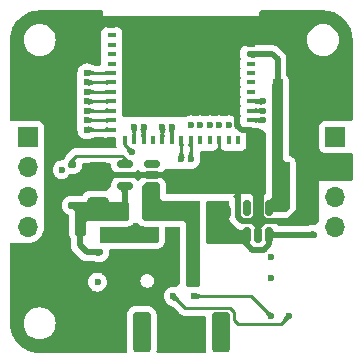
<source format=gbr>
%TF.GenerationSoftware,KiCad,Pcbnew,7.0.11*%
%TF.CreationDate,2025-03-31T22:51:49+09:00*%
%TF.ProjectId,sch16t_evt,73636831-3674-45f6-9576-742e6b696361,rev?*%
%TF.SameCoordinates,Original*%
%TF.FileFunction,Copper,L4,Bot*%
%TF.FilePolarity,Positive*%
%FSLAX46Y46*%
G04 Gerber Fmt 4.6, Leading zero omitted, Abs format (unit mm)*
G04 Created by KiCad (PCBNEW 7.0.11) date 2025-03-31 22:51:49*
%MOMM*%
%LPD*%
G01*
G04 APERTURE LIST*
G04 Aperture macros list*
%AMRoundRect*
0 Rectangle with rounded corners*
0 $1 Rounding radius*
0 $2 $3 $4 $5 $6 $7 $8 $9 X,Y pos of 4 corners*
0 Add a 4 corners polygon primitive as box body*
4,1,4,$2,$3,$4,$5,$6,$7,$8,$9,$2,$3,0*
0 Add four circle primitives for the rounded corners*
1,1,$1+$1,$2,$3*
1,1,$1+$1,$4,$5*
1,1,$1+$1,$6,$7*
1,1,$1+$1,$8,$9*
0 Add four rect primitives between the rounded corners*
20,1,$1+$1,$2,$3,$4,$5,0*
20,1,$1+$1,$4,$5,$6,$7,0*
20,1,$1+$1,$6,$7,$8,$9,0*
20,1,$1+$1,$8,$9,$2,$3,0*%
%AMFreePoly0*
4,1,14,0.728536,0.728536,0.730000,0.725000,0.730000,-0.725000,0.728536,-0.728536,0.725000,-0.730000,-0.125000,-0.730001,-0.128536,-0.728534,-0.728536,-0.128536,-0.730001,-0.125000,-0.730000,0.725000,-0.728536,0.728536,-0.725000,0.730000,0.725000,0.730000,0.728536,0.728536,0.728536,0.728536,$1*%
G04 Aperture macros list end*
%TA.AperFunction,ComponentPad*%
%ADD10R,1.700000X1.700000*%
%TD*%
%TA.AperFunction,ComponentPad*%
%ADD11O,1.700000X1.700000*%
%TD*%
%TA.AperFunction,SMDPad,CuDef*%
%ADD12RoundRect,0.250000X0.325000X0.650000X-0.325000X0.650000X-0.325000X-0.650000X0.325000X-0.650000X0*%
%TD*%
%TA.AperFunction,SMDPad,CuDef*%
%ADD13RoundRect,0.250000X0.650000X-0.325000X0.650000X0.325000X-0.650000X0.325000X-0.650000X-0.325000X0*%
%TD*%
%TA.AperFunction,SMDPad,CuDef*%
%ADD14RoundRect,0.150000X0.150000X-0.512500X0.150000X0.512500X-0.150000X0.512500X-0.150000X-0.512500X0*%
%TD*%
%TA.AperFunction,SMDPad,CuDef*%
%ADD15RoundRect,0.225000X-0.225000X-0.250000X0.225000X-0.250000X0.225000X0.250000X-0.225000X0.250000X0*%
%TD*%
%TA.AperFunction,SMDPad,CuDef*%
%ADD16RoundRect,0.150000X-0.150000X0.587500X-0.150000X-0.587500X0.150000X-0.587500X0.150000X0.587500X0*%
%TD*%
%TA.AperFunction,SMDPad,CuDef*%
%ADD17RoundRect,0.250000X0.250000X1.500000X-0.250000X1.500000X-0.250000X-1.500000X0.250000X-1.500000X0*%
%TD*%
%TA.AperFunction,SMDPad,CuDef*%
%ADD18RoundRect,0.250001X0.499999X1.449999X-0.499999X1.449999X-0.499999X-1.449999X0.499999X-1.449999X0*%
%TD*%
%TA.AperFunction,SMDPad,CuDef*%
%ADD19RoundRect,0.135000X0.185000X-0.135000X0.185000X0.135000X-0.185000X0.135000X-0.185000X-0.135000X0*%
%TD*%
%TA.AperFunction,SMDPad,CuDef*%
%ADD20RoundRect,0.150000X0.512500X0.150000X-0.512500X0.150000X-0.512500X-0.150000X0.512500X-0.150000X0*%
%TD*%
%TA.AperFunction,SMDPad,CuDef*%
%ADD21RoundRect,0.135000X-0.185000X0.135000X-0.185000X-0.135000X0.185000X-0.135000X0.185000X0.135000X0*%
%TD*%
%TA.AperFunction,SMDPad,CuDef*%
%ADD22R,0.800000X0.400000*%
%TD*%
%TA.AperFunction,SMDPad,CuDef*%
%ADD23R,0.400000X0.800000*%
%TD*%
%TA.AperFunction,SMDPad,CuDef*%
%ADD24FreePoly0,180.000000*%
%TD*%
%TA.AperFunction,SMDPad,CuDef*%
%ADD25R,1.450000X1.450000*%
%TD*%
%TA.AperFunction,SMDPad,CuDef*%
%ADD26R,0.700000X0.700000*%
%TD*%
%TA.AperFunction,SMDPad,CuDef*%
%ADD27RoundRect,0.112500X0.187500X0.112500X-0.187500X0.112500X-0.187500X-0.112500X0.187500X-0.112500X0*%
%TD*%
%TA.AperFunction,ViaPad*%
%ADD28C,0.600000*%
%TD*%
%TA.AperFunction,Conductor*%
%ADD29C,0.500000*%
%TD*%
%TA.AperFunction,Conductor*%
%ADD30C,0.250000*%
%TD*%
G04 APERTURE END LIST*
D10*
%TO.P,J3,1,Pin_1*%
%TO.N,/RX_1*%
X137000000Y-96210000D03*
D11*
%TO.P,J3,2,Pin_2*%
%TO.N,/TX_1*%
X137000000Y-98750000D03*
%TO.P,J3,3,Pin_3*%
%TO.N,/PPS*%
X137000000Y-101290000D03*
%TO.P,J3,4,Pin_4*%
%TO.N,/GPIO*%
X137000000Y-103830000D03*
%TD*%
D10*
%TO.P,J4,1,Pin_1*%
%TO.N,+5V*%
X163000000Y-96210000D03*
D11*
%TO.P,J4,2,Pin_2*%
%TO.N,GND*%
X163000000Y-98750000D03*
%TO.P,J4,3,Pin_3*%
%TO.N,/TX_2*%
X163000000Y-101290000D03*
%TO.P,J4,4,Pin_4*%
%TO.N,/RX_2*%
X163000000Y-103830000D03*
%TD*%
D12*
%TO.P,C8,1*%
%TO.N,+3.3V*%
X158550000Y-99250000D03*
%TO.P,C8,2*%
%TO.N,GND*%
X155600000Y-99250000D03*
%TD*%
D13*
%TO.P,C5,1*%
%TO.N,VDD*%
X153250000Y-102550000D03*
%TO.P,C5,2*%
%TO.N,GND*%
X153250000Y-99600000D03*
%TD*%
D14*
%TO.P,U3,1,VIN*%
%TO.N,VDD*%
X157450000Y-104487500D03*
%TO.P,U3,2,GND*%
%TO.N,GND*%
X156500000Y-104487500D03*
%TO.P,U3,3,EN*%
%TO.N,VDD*%
X155550000Y-104487500D03*
%TO.P,U3,4,NC*%
%TO.N,unconnected-(U3-NC-Pad4)*%
X155550000Y-102212500D03*
%TO.P,U3,5,VOUT*%
%TO.N,+3.3V*%
X157450000Y-102212500D03*
%TD*%
D15*
%TO.P,C11,1*%
%TO.N,+3.3V*%
X158147000Y-91750000D03*
%TO.P,C11,2*%
%TO.N,GND*%
X159697000Y-91750000D03*
%TD*%
D16*
%TO.P,Q2,1,G*%
%TO.N,VBUS*%
X145200000Y-102462500D03*
%TO.P,Q2,2,S*%
%TO.N,+BATT*%
X147100000Y-102462500D03*
%TO.P,Q2,3,D*%
%TO.N,VDD*%
X146150000Y-104337500D03*
%TD*%
D17*
%TO.P,J1,1,Pin_1*%
%TO.N,+BATT*%
X151000000Y-107000000D03*
%TO.P,J1,2,Pin_2*%
%TO.N,GND*%
X149000000Y-107000000D03*
D18*
%TO.P,J1,MP*%
%TO.N,N/C*%
X153350000Y-112750000D03*
X146650000Y-112750000D03*
%TD*%
D13*
%TO.P,C2,1*%
%TO.N,VBUS*%
X142900000Y-101900000D03*
%TO.P,C2,2*%
%TO.N,GND*%
X142900000Y-98950000D03*
%TD*%
D19*
%TO.P,R5,1*%
%TO.N,VBUS*%
X140750000Y-102000000D03*
%TO.P,R5,2*%
%TO.N,GND*%
X140750000Y-100980000D03*
%TD*%
D20*
%TO.P,U1,1,STAT*%
%TO.N,Net-(U1-STAT)*%
X147475000Y-98500000D03*
%TO.P,U1,2,V_{SS}*%
%TO.N,GND*%
X147475000Y-99450000D03*
%TO.P,U1,3,V_{BAT}*%
%TO.N,+BATT*%
X147475000Y-100400000D03*
%TO.P,U1,4,V_{DD}*%
%TO.N,VBUS*%
X145200000Y-100400000D03*
%TO.P,U1,5,PROG*%
%TO.N,Net-(U1-PROG)*%
X145200000Y-98500000D03*
%TD*%
D21*
%TO.P,R2,1*%
%TO.N,Net-(U1-PROG)*%
X140750000Y-98580000D03*
%TO.P,R2,2*%
%TO.N,GND*%
X140750000Y-99600000D03*
%TD*%
D22*
%TO.P,U4,1,GND1*%
%TO.N,GND*%
X155900000Y-87600000D03*
%TO.P,U4,2,GND1__1*%
X155900000Y-88400000D03*
%TO.P,U4,3,3V3*%
%TO.N,+3.3V*%
X155900000Y-89200000D03*
%TO.P,U4,4,NC*%
%TO.N,unconnected-(U4-NC-Pad4)*%
X155900000Y-90000000D03*
%TO.P,U4,5,IO2*%
%TO.N,unconnected-(U4-IO2-Pad5)*%
X155900000Y-90800000D03*
%TO.P,U4,6,IO3*%
%TO.N,unconnected-(U4-IO3-Pad6)*%
X155900000Y-91600000D03*
%TO.P,U4,7,NC__1*%
%TO.N,unconnected-(U4-NC__1-Pad7)*%
X155900000Y-92400000D03*
%TO.P,U4,8,EN*%
%TO.N,/EN*%
X155900000Y-93200000D03*
%TO.P,U4,9,IO4*%
%TO.N,/RX_2*%
X155900000Y-94000000D03*
%TO.P,U4,10,IO5*%
%TO.N,/TX_2*%
X155900000Y-94800000D03*
%TO.P,U4,11,GND1__2*%
%TO.N,GND*%
X155900000Y-95600000D03*
D23*
%TO.P,U4,12,IO0*%
%TO.N,unconnected-(U4-IO0-Pad12)*%
X154800000Y-96500000D03*
%TO.P,U4,13,IO1*%
%TO.N,unconnected-(U4-IO1-Pad13)*%
X154000000Y-96500000D03*
%TO.P,U4,14,GND1__3*%
%TO.N,GND*%
X153200000Y-96500000D03*
%TO.P,U4,15,IO6*%
%TO.N,unconnected-(U4-IO6-Pad15)*%
X152400000Y-96500000D03*
%TO.P,U4,16,IO7*%
%TO.N,unconnected-(U4-IO7-Pad16)*%
X151600000Y-96500000D03*
%TO.P,U4,17,IO12*%
%TO.N,/DM*%
X150800000Y-96500000D03*
%TO.P,U4,18,IO13*%
%TO.N,/DP*%
X150000000Y-96500000D03*
%TO.P,U4,19,IO14*%
%TO.N,/PPS*%
X149200000Y-96500000D03*
%TO.P,U4,20,IO15*%
%TO.N,/GPIO*%
X148400000Y-96500000D03*
%TO.P,U4,21,NC__2*%
%TO.N,unconnected-(U4-NC__2-Pad21)*%
X147600000Y-96500000D03*
%TO.P,U4,22,IO8*%
%TO.N,/IO8*%
X146800000Y-96500000D03*
%TO.P,U4,23,IO9*%
%TO.N,/IO9*%
X146000000Y-96500000D03*
%TO.P,U4,24,IO18*%
%TO.N,/MOSI*%
X145200000Y-96500000D03*
D22*
%TO.P,U4,25,IO19*%
%TO.N,/SCK*%
X144100000Y-95600000D03*
%TO.P,U4,26,IO20*%
%TO.N,/MISO*%
X144100000Y-94800000D03*
%TO.P,U4,27,IO21*%
%TO.N,/CS*%
X144100000Y-94000000D03*
%TO.P,U4,28,IO22*%
%TO.N,/DRY_SYNC*%
X144100000Y-93200000D03*
%TO.P,U4,29,IO23*%
%TO.N,/EXTRESN*%
X144100000Y-92400000D03*
%TO.P,U4,30,RXD0*%
%TO.N,/RX_1*%
X144100000Y-91600000D03*
%TO.P,U4,31,TXD0*%
%TO.N,/TX_1*%
X144100000Y-90800000D03*
%TO.P,U4,32,NC__3*%
%TO.N,unconnected-(U4-NC__3-Pad32)*%
X144100000Y-90000000D03*
%TO.P,U4,33,NC__4*%
%TO.N,unconnected-(U4-NC__4-Pad33)*%
X144100000Y-89200000D03*
%TO.P,U4,34,NC__5*%
%TO.N,unconnected-(U4-NC__5-Pad34)*%
X144100000Y-88400000D03*
%TO.P,U4,35,NC__6*%
%TO.N,unconnected-(U4-NC__6-Pad35)*%
X144100000Y-87600000D03*
D23*
%TO.P,U4,36,GND1__4*%
%TO.N,GND*%
X145200000Y-86700000D03*
%TO.P,U4,37,GND1__5*%
X146000000Y-86700000D03*
%TO.P,U4,38,GND1__6*%
X146800000Y-86700000D03*
%TO.P,U4,39,GND1__7*%
X147600000Y-86700000D03*
%TO.P,U4,40,GND1__8*%
X148400000Y-86700000D03*
%TO.P,U4,41,GND1__9*%
X149200000Y-86700000D03*
%TO.P,U4,42,GND1__10*%
X150000000Y-86700000D03*
%TO.P,U4,43,GND1__11*%
X150800000Y-86700000D03*
%TO.P,U4,44,GND1__12*%
X151600000Y-86700000D03*
%TO.P,U4,45,GND1__13*%
X152400000Y-86700000D03*
%TO.P,U4,46,GND1__14*%
X153200000Y-86700000D03*
%TO.P,U4,47,GND2*%
X154000000Y-86700000D03*
%TO.P,U4,48,GND2__1*%
X154800000Y-86700000D03*
D24*
%TO.P,U4,49_1,GND2__2*%
X151975000Y-89625000D03*
D25*
%TO.P,U4,49_2,GND2__3*%
X150000000Y-89625000D03*
%TO.P,U4,49_3,GND2__4*%
X148025000Y-89625000D03*
%TO.P,U4,49_4,GND2__5*%
X151975000Y-91600000D03*
%TO.P,U4,49_5,GND2__6*%
X150000000Y-91600000D03*
%TO.P,U4,49_6,GND2__7*%
X148025000Y-91600000D03*
%TO.P,U4,49_7,GND2__8*%
X151975000Y-93575000D03*
%TO.P,U4,49_8,GND2__9*%
X150000000Y-93575000D03*
%TO.P,U4,49_9,GND2__10*%
X148025000Y-93575000D03*
D26*
%TO.P,U4,50,GND2__11*%
X144050000Y-86650000D03*
%TO.P,U4,51,GND2__12*%
X144050000Y-96550000D03*
%TO.P,U4,52,GND2__13*%
X155950000Y-96550000D03*
%TO.P,U4,53,GND2__14*%
X155950000Y-86650000D03*
%TD*%
D13*
%TO.P,C1,1*%
%TO.N,+BATT*%
X150037500Y-102500000D03*
%TO.P,C1,2*%
%TO.N,GND*%
X150037500Y-99550000D03*
%TD*%
D27*
%TO.P,D5,1,K*%
%TO.N,VDD*%
X143500000Y-104400000D03*
%TO.P,D5,2,A*%
%TO.N,VBUS*%
X141400000Y-104400000D03*
%TD*%
D15*
%TO.P,C12,1*%
%TO.N,+3.3V*%
X158150000Y-93655000D03*
%TO.P,C12,2*%
%TO.N,GND*%
X159700000Y-93655000D03*
%TD*%
D28*
%TO.N,GND*%
X150000000Y-89500000D03*
X151000000Y-114000000D03*
X162000000Y-91000000D03*
X145250000Y-89750000D03*
X146750000Y-88500000D03*
X139000000Y-102500000D03*
X140500000Y-86000000D03*
X140500000Y-88000000D03*
X144250000Y-111250000D03*
X138000000Y-90750000D03*
X162000000Y-93000000D03*
X146500000Y-109750000D03*
X154500000Y-93750000D03*
X153250000Y-92500000D03*
X145250000Y-92500000D03*
X151000000Y-112250000D03*
X144250000Y-109750000D03*
X146750000Y-89750000D03*
X148000000Y-88000000D03*
X157750000Y-86000000D03*
X145250000Y-88500000D03*
X150000000Y-88000000D03*
X159700000Y-93655000D03*
X136000000Y-90750000D03*
X148000000Y-89500000D03*
X138000000Y-107250000D03*
X150000000Y-91500000D03*
X140750000Y-94750000D03*
X149000000Y-112250000D03*
X140750000Y-114000000D03*
X146400000Y-99500000D03*
X140750000Y-96250000D03*
X152000000Y-88000000D03*
X159500000Y-88000000D03*
X153250000Y-93750000D03*
X139000000Y-100000000D03*
X144250000Y-107250000D03*
X139000000Y-105000000D03*
X142750000Y-114000000D03*
X136000000Y-109250000D03*
X149000000Y-114000000D03*
X157750000Y-88000000D03*
X142750000Y-112000000D03*
X164000000Y-91000000D03*
X160000000Y-102500000D03*
X154500000Y-92500000D03*
X140750000Y-112000000D03*
X142500000Y-86000000D03*
X138000000Y-92750000D03*
X136000000Y-92750000D03*
X142500000Y-88000000D03*
X164000000Y-93000000D03*
X136000000Y-107250000D03*
X145500000Y-108500000D03*
X146750000Y-92500000D03*
X159500000Y-86000000D03*
X140750000Y-93250000D03*
%TO.N,VBUS*%
X143100000Y-106000000D03*
%TO.N,+3.3V*%
X155900000Y-89200000D03*
X158500000Y-101200000D03*
X158150000Y-94800000D03*
%TO.N,VDD*%
X161200000Y-104500000D03*
X147700000Y-104100000D03*
X152500000Y-104900000D03*
X152500000Y-104100000D03*
X146900000Y-104900000D03*
X154100000Y-104100000D03*
X153300000Y-104100000D03*
X153300000Y-104900000D03*
X147700000Y-104900000D03*
X146900000Y-104100000D03*
X154100000Y-104900000D03*
%TO.N,/EN*%
X156900000Y-93200000D03*
%TO.N,/IO9*%
X146000000Y-95400000D03*
%TO.N,/DM*%
X150800000Y-98125000D03*
X157600000Y-106400000D03*
%TO.N,/DP*%
X149999997Y-98125000D03*
X157600000Y-108200000D03*
%TO.N,Net-(J2-CC1)*%
X149300000Y-109700000D03*
X159100000Y-111390000D03*
%TO.N,Net-(J2-CC2)*%
X157600000Y-111390000D03*
X151100000Y-109700000D03*
%TO.N,/RX_1*%
X142000000Y-91600000D03*
%TO.N,/TX_1*%
X142000000Y-90800000D03*
%TO.N,/PPS*%
X149200000Y-95400000D03*
%TO.N,/GPIO*%
X148400000Y-95400000D03*
%TO.N,/TX_2*%
X156900000Y-94800000D03*
%TO.N,/RX_2*%
X156900000Y-94000000D03*
%TO.N,Net-(U1-STAT)*%
X142900000Y-108500000D03*
X147500000Y-98500000D03*
%TO.N,/EXTRESN*%
X139900000Y-99000000D03*
X142000000Y-92400000D03*
%TO.N,/IO8*%
X146800000Y-95400000D03*
%TO.N,/MISO*%
X142000000Y-94800000D03*
X150799988Y-95200000D03*
%TO.N,/DRY_SYNC*%
X142000000Y-93200000D03*
X151599991Y-95200000D03*
%TO.N,/SCK*%
X142000000Y-95600000D03*
X152399994Y-95200000D03*
%TO.N,/CS*%
X142000000Y-94000000D03*
X153199997Y-95200000D03*
%TO.N,/MOSI*%
X145800000Y-97500000D03*
X154000000Y-95200000D03*
%TD*%
D29*
%TO.N,GND*%
X156325000Y-102800000D02*
X156325000Y-102952684D01*
X154750000Y-94000000D02*
X154750000Y-95250000D01*
X155600000Y-99250000D02*
X156500000Y-100150000D01*
X157300000Y-103325000D02*
X159175000Y-103325000D01*
X155600000Y-99250000D02*
X156700000Y-100350000D01*
X154750000Y-95250000D02*
X155100000Y-95600000D01*
D30*
X153075000Y-93575000D02*
X151975000Y-93575000D01*
D29*
X155147316Y-103325000D02*
X155900000Y-103325000D01*
X159175000Y-103325000D02*
X159400000Y-103100000D01*
X155600000Y-99250000D02*
X154800000Y-100050000D01*
X143400000Y-99450000D02*
X142900000Y-98950000D01*
D30*
X153200000Y-99550000D02*
X153250000Y-99600000D01*
D29*
X147475000Y-99450000D02*
X143400000Y-99450000D01*
X156700000Y-102977684D02*
X157047316Y-103325000D01*
X156500000Y-103800000D02*
X156025000Y-103325000D01*
X154500000Y-93750000D02*
X154750000Y-94000000D01*
X156700000Y-100350000D02*
X156700000Y-102900000D01*
X155147316Y-103325000D02*
X157300000Y-103325000D01*
X156500000Y-103500000D02*
X156500000Y-103800000D01*
X155900000Y-103325000D02*
X156325000Y-103325000D01*
X156500000Y-103800000D02*
X156500000Y-104487500D01*
X156700000Y-102900000D02*
X156700000Y-102977684D01*
X156025000Y-103325000D02*
X155900000Y-103325000D01*
X156700000Y-102900000D02*
X156700000Y-103300000D01*
X154800000Y-100050000D02*
X154875000Y-99975000D01*
D30*
X153200000Y-96500000D02*
X153200000Y-99550000D01*
D29*
X155100000Y-95600000D02*
X155900000Y-95600000D01*
X156325000Y-102952684D02*
X155952684Y-103325000D01*
X156325000Y-103325000D02*
X156500000Y-103500000D01*
X149937500Y-99450000D02*
X150037500Y-99550000D01*
X143500000Y-99550000D02*
X142900000Y-98950000D01*
X155600000Y-99250000D02*
X156325000Y-99975000D01*
X156975000Y-103325000D02*
X157300000Y-103325000D01*
X156500000Y-103800000D02*
X156975000Y-103325000D01*
X156500000Y-100150000D02*
X156500000Y-104487500D01*
X156325000Y-102800000D02*
X156325000Y-103325000D01*
X156700000Y-103300000D02*
X156500000Y-103500000D01*
X154875000Y-99975000D02*
X156325000Y-99975000D01*
X156325000Y-99975000D02*
X156325000Y-102800000D01*
X157047316Y-103325000D02*
X157300000Y-103325000D01*
X155952684Y-103325000D02*
X155900000Y-103325000D01*
X154800000Y-100050000D02*
X154800000Y-102977684D01*
X160000000Y-102500000D02*
X159400000Y-103100000D01*
X147475000Y-99450000D02*
X149937500Y-99450000D01*
D30*
X153250000Y-93750000D02*
X153075000Y-93575000D01*
D29*
X154800000Y-102977684D02*
X155147316Y-103325000D01*
%TO.N,VBUS*%
X142000000Y-106000000D02*
X141400000Y-105400000D01*
X143100000Y-106000000D02*
X142000000Y-106000000D01*
X141400000Y-105400000D02*
X141400000Y-104400000D01*
X145200000Y-102462500D02*
X145200000Y-100400000D01*
%TO.N,+3.3V*%
X155900000Y-89200000D02*
X157700000Y-89200000D01*
X157700000Y-89200000D02*
X158147000Y-89647000D01*
X158147000Y-89647000D02*
X158147000Y-91750000D01*
%TO.N,VDD*%
X161200000Y-104500000D02*
X157462500Y-104500000D01*
X157462500Y-104500000D02*
X157450000Y-104487500D01*
X156000000Y-105750000D02*
X155550000Y-105300000D01*
X157000000Y-105750000D02*
X156000000Y-105750000D01*
X157450000Y-105300000D02*
X157000000Y-105750000D01*
X154100000Y-104900000D02*
X155150000Y-104900000D01*
X155550000Y-105300000D02*
X155550000Y-104487500D01*
X157450000Y-104487500D02*
X157450000Y-105300000D01*
X155150000Y-104900000D02*
X155550000Y-105300000D01*
D30*
%TO.N,/EN*%
X156900000Y-93200000D02*
X155900000Y-93200000D01*
%TO.N,/IO9*%
X146000000Y-96500000D02*
X146000000Y-95400000D01*
%TO.N,/DM*%
X150800000Y-96500000D02*
X150800000Y-98125000D01*
%TO.N,/DP*%
X150000000Y-98124997D02*
X149999997Y-98125000D01*
X150000000Y-96500000D02*
X150000000Y-98124997D01*
%TO.N,Net-(J2-CC1)*%
X154765000Y-112015000D02*
X158475000Y-112015000D01*
X154425000Y-111054900D02*
X154425000Y-111675000D01*
X150325000Y-110725000D02*
X154095100Y-110725000D01*
X154095100Y-110725000D02*
X154425000Y-111054900D01*
X149300000Y-109700000D02*
X150325000Y-110725000D01*
X154425000Y-111675000D02*
X154765000Y-112015000D01*
X158475000Y-112015000D02*
X159100000Y-111390000D01*
%TO.N,Net-(J2-CC2)*%
X157600000Y-111390000D02*
X155910000Y-109700000D01*
X155910000Y-109700000D02*
X151100000Y-109700000D01*
%TO.N,/RX_1*%
X144100000Y-91600000D02*
X142000000Y-91600000D01*
%TO.N,/TX_1*%
X144100000Y-90800000D02*
X142000000Y-90800000D01*
%TO.N,/PPS*%
X149200000Y-96500000D02*
X149200000Y-95400000D01*
%TO.N,/GPIO*%
X148400000Y-96500000D02*
X148400000Y-95400000D01*
%TO.N,/TX_2*%
X155900000Y-94800000D02*
X156900000Y-94800000D01*
%TO.N,/RX_2*%
X155900000Y-94000000D02*
X156900000Y-94000000D01*
%TO.N,Net-(U1-PROG)*%
X140750000Y-98150000D02*
X141100000Y-97800000D01*
X141100000Y-97800000D02*
X145000000Y-97800000D01*
X140750000Y-98580000D02*
X140750000Y-98150000D01*
X145200000Y-98500000D02*
X145200000Y-98000000D01*
X145200000Y-98000000D02*
X145000000Y-97800000D01*
%TO.N,/EXTRESN*%
X144100000Y-92400000D02*
X142000000Y-92400000D01*
%TO.N,/IO8*%
X146800000Y-96500000D02*
X146800000Y-95400000D01*
%TO.N,/MISO*%
X144100000Y-94800000D02*
X142000000Y-94800000D01*
%TO.N,/DRY_SYNC*%
X144100000Y-93200000D02*
X142000000Y-93200000D01*
%TO.N,/SCK*%
X144100000Y-95600000D02*
X142000000Y-95600000D01*
%TO.N,/CS*%
X144100000Y-94000000D02*
X142000000Y-94000000D01*
%TO.N,/MOSI*%
X145200000Y-96500000D02*
X145200000Y-96900000D01*
X145200000Y-96900000D02*
X145800000Y-97500000D01*
%TD*%
%TA.AperFunction,Conductor*%
%TO.N,GND*%
G36*
X143343039Y-85520185D02*
G01*
X143388794Y-85572989D01*
X143400000Y-85624500D01*
X143400000Y-86000000D01*
X156600000Y-86000000D01*
X156600000Y-85624500D01*
X156619685Y-85557461D01*
X156672489Y-85511706D01*
X156724000Y-85500500D01*
X161934108Y-85500500D01*
X161996249Y-85500500D01*
X162003736Y-85500726D01*
X162293796Y-85518271D01*
X162308657Y-85520075D01*
X162512662Y-85557461D01*
X162590798Y-85571780D01*
X162605335Y-85575363D01*
X162879172Y-85660695D01*
X162893163Y-85666000D01*
X163154743Y-85783727D01*
X163167989Y-85790680D01*
X163413465Y-85939075D01*
X163425776Y-85947573D01*
X163492695Y-86000000D01*
X163651573Y-86124473D01*
X163662781Y-86134403D01*
X163865596Y-86337218D01*
X163875526Y-86348426D01*
X163995481Y-86501538D01*
X164052422Y-86574217D01*
X164060926Y-86586537D01*
X164108321Y-86664938D01*
X164209316Y-86832004D01*
X164216275Y-86845263D01*
X164333997Y-87106831D01*
X164339306Y-87120832D01*
X164424635Y-87394663D01*
X164428219Y-87409201D01*
X164479923Y-87691340D01*
X164481728Y-87706205D01*
X164499274Y-87996263D01*
X164499500Y-88003750D01*
X164499500Y-94736000D01*
X164479815Y-94803039D01*
X164427011Y-94848794D01*
X164375500Y-94860000D01*
X163909167Y-94860000D01*
X163901188Y-94859572D01*
X163901183Y-94859678D01*
X163897879Y-94859500D01*
X163897873Y-94859500D01*
X163897866Y-94859500D01*
X162102129Y-94859500D01*
X162102123Y-94859501D01*
X162042516Y-94865908D01*
X161907671Y-94916202D01*
X161907664Y-94916206D01*
X161792455Y-95002452D01*
X161792452Y-95002455D01*
X161706206Y-95117664D01*
X161706202Y-95117671D01*
X161655908Y-95252517D01*
X161651608Y-95292517D01*
X161649501Y-95312123D01*
X161649500Y-95312135D01*
X161649500Y-97107870D01*
X161649501Y-97107876D01*
X161655908Y-97167483D01*
X161706202Y-97302328D01*
X161706206Y-97302335D01*
X161792452Y-97417544D01*
X161792455Y-97417547D01*
X161907664Y-97503793D01*
X161907671Y-97503797D01*
X162042517Y-97554091D01*
X162042516Y-97554091D01*
X162049444Y-97554835D01*
X162102127Y-97560500D01*
X163897872Y-97560499D01*
X163897873Y-97560498D01*
X163901196Y-97560321D01*
X163901201Y-97560426D01*
X163909163Y-97560000D01*
X164375500Y-97560000D01*
X164442539Y-97579685D01*
X164488294Y-97632489D01*
X164499500Y-97684000D01*
X164499500Y-99816000D01*
X164479815Y-99883039D01*
X164427011Y-99928794D01*
X164375500Y-99940000D01*
X163070094Y-99940000D01*
X163059286Y-99939528D01*
X163000001Y-99934341D01*
X162999999Y-99934341D01*
X162940714Y-99939528D01*
X162929906Y-99940000D01*
X161650000Y-99940000D01*
X161650000Y-101219905D01*
X161649528Y-101230712D01*
X161644341Y-101290000D01*
X161648842Y-101341451D01*
X161649528Y-101349286D01*
X161650000Y-101360094D01*
X161650000Y-103247051D01*
X161630315Y-103314090D01*
X161611755Y-103336617D01*
X161273358Y-103660613D01*
X161211321Y-103692757D01*
X161201483Y-103694268D01*
X161175081Y-103697242D01*
X161153817Y-103697800D01*
X161151190Y-103697644D01*
X161145393Y-103697298D01*
X161145392Y-103697298D01*
X161145391Y-103697298D01*
X161040545Y-103706035D01*
X160568727Y-103745353D01*
X160540283Y-103748667D01*
X160525937Y-103749500D01*
X158293111Y-103749500D01*
X158226072Y-103729815D01*
X158186379Y-103688621D01*
X158169815Y-103660613D01*
X158118081Y-103573135D01*
X158118079Y-103573133D01*
X158118076Y-103573129D01*
X158001870Y-103456923D01*
X158001867Y-103456921D01*
X158001865Y-103456919D01*
X158001549Y-103456732D01*
X158001353Y-103456522D01*
X157995702Y-103452139D01*
X157996409Y-103451227D01*
X157953866Y-103405664D01*
X157941362Y-103336923D01*
X157968006Y-103272333D01*
X157995921Y-103248144D01*
X157995702Y-103247861D01*
X158000911Y-103243820D01*
X158001550Y-103243267D01*
X158001865Y-103243081D01*
X158037094Y-103207852D01*
X158123598Y-103121349D01*
X158124776Y-103122527D01*
X158173849Y-103087091D01*
X158215181Y-103080000D01*
X158812772Y-103080000D01*
X158822918Y-103079455D01*
X158866810Y-103077103D01*
X158866818Y-103077102D01*
X158866820Y-103077102D01*
X158866821Y-103077102D01*
X158873814Y-103076349D01*
X158893168Y-103074269D01*
X158893178Y-103074267D01*
X158893181Y-103074267D01*
X158902780Y-103072711D01*
X158946580Y-103065614D01*
X159081389Y-103015332D01*
X159142712Y-102981847D01*
X159257894Y-102895623D01*
X159521124Y-102632392D01*
X159557288Y-102592131D01*
X159573922Y-102571489D01*
X159605567Y-102527605D01*
X159665338Y-102396728D01*
X159685023Y-102329689D01*
X159685024Y-102329685D01*
X159705500Y-102187269D01*
X159705500Y-98512210D01*
X159703064Y-98462648D01*
X159700681Y-98438460D01*
X159693405Y-98389410D01*
X159685376Y-98349043D01*
X159656605Y-98254199D01*
X159638089Y-98209500D01*
X159634469Y-98202728D01*
X159591378Y-98122113D01*
X159575430Y-98098245D01*
X159575428Y-98098242D01*
X159575425Y-98098238D01*
X159512564Y-98021644D01*
X159478355Y-97987435D01*
X159401761Y-97924574D01*
X159401757Y-97924571D01*
X159401753Y-97924568D01*
X159377885Y-97908620D01*
X159290504Y-97861912D01*
X159290497Y-97861909D01*
X159245800Y-97843394D01*
X159245797Y-97843393D01*
X159245785Y-97843388D01*
X159193504Y-97827529D01*
X159135065Y-97789231D01*
X159106609Y-97725419D01*
X159105500Y-97708869D01*
X159105500Y-91812222D01*
X159105500Y-91812220D01*
X159105500Y-91812210D01*
X159103065Y-91762652D01*
X159100682Y-91738462D01*
X159098841Y-91726060D01*
X159097499Y-91707860D01*
X159097499Y-91451662D01*
X159097498Y-91451644D01*
X159087349Y-91352292D01*
X159087348Y-91352289D01*
X159087293Y-91352123D01*
X159034003Y-91191303D01*
X159033999Y-91191297D01*
X159033998Y-91191294D01*
X158944970Y-91046959D01*
X158944967Y-91046955D01*
X158933819Y-91035807D01*
X158900334Y-90974484D01*
X158897500Y-90948126D01*
X158897500Y-89710705D01*
X158898809Y-89692735D01*
X158902289Y-89668974D01*
X158897972Y-89619635D01*
X158897500Y-89608826D01*
X158897500Y-89603296D01*
X158897500Y-89603291D01*
X158893898Y-89572478D01*
X158893534Y-89568915D01*
X158886998Y-89494202D01*
X158886995Y-89494195D01*
X158885538Y-89487133D01*
X158885597Y-89487120D01*
X158883967Y-89479764D01*
X158883908Y-89479779D01*
X158882241Y-89472747D01*
X158882241Y-89472745D01*
X158856560Y-89402188D01*
X158855421Y-89398912D01*
X158831813Y-89327665D01*
X158831811Y-89327661D01*
X158828760Y-89321119D01*
X158828815Y-89321092D01*
X158825529Y-89314305D01*
X158825476Y-89314332D01*
X158822237Y-89307881D01*
X158781010Y-89245201D01*
X158779070Y-89242156D01*
X158739711Y-89178344D01*
X158735233Y-89172681D01*
X158735280Y-89172643D01*
X158730519Y-89166799D01*
X158730474Y-89166838D01*
X158725831Y-89161305D01*
X158671274Y-89109833D01*
X158668687Y-89107320D01*
X158275729Y-88714361D01*
X158263949Y-88700730D01*
X158249610Y-88681470D01*
X158211651Y-88649619D01*
X158203686Y-88642318D01*
X158199780Y-88638411D01*
X158175443Y-88619168D01*
X158172647Y-88616890D01*
X158115214Y-88568698D01*
X158109180Y-88564729D01*
X158109212Y-88564680D01*
X158102853Y-88560628D01*
X158102822Y-88560679D01*
X158096680Y-88556891D01*
X158096678Y-88556890D01*
X158096677Y-88556889D01*
X158028688Y-88525184D01*
X158025447Y-88523615D01*
X157990188Y-88505908D01*
X157958433Y-88489960D01*
X157958431Y-88489959D01*
X157958430Y-88489959D01*
X157951645Y-88487489D01*
X157951665Y-88487433D01*
X157944549Y-88484959D01*
X157944531Y-88485015D01*
X157937674Y-88482743D01*
X157864210Y-88467573D01*
X157860693Y-88466793D01*
X157787718Y-88449499D01*
X157780547Y-88448661D01*
X157780553Y-88448601D01*
X157773055Y-88447835D01*
X157773050Y-88447895D01*
X157765860Y-88447265D01*
X157690870Y-88449448D01*
X157687263Y-88449500D01*
X156563364Y-88449500D01*
X156535591Y-88446349D01*
X156531252Y-88445352D01*
X155954598Y-88397297D01*
X155954593Y-88397296D01*
X155954561Y-88397294D01*
X155933986Y-88396002D01*
X155933072Y-88395964D01*
X155933066Y-88395964D01*
X155933061Y-88395964D01*
X155933059Y-88395964D01*
X155926609Y-88396161D01*
X155908931Y-88395441D01*
X155900000Y-88394435D01*
X155899999Y-88394435D01*
X155899998Y-88394435D01*
X155899997Y-88394435D01*
X155873945Y-88397369D01*
X155863892Y-88398089D01*
X155859364Y-88398228D01*
X155855257Y-88398801D01*
X155845426Y-88400583D01*
X155720750Y-88414630D01*
X155550475Y-88474211D01*
X155540472Y-88480497D01*
X155474510Y-88499500D01*
X155452132Y-88499500D01*
X155452122Y-88499501D01*
X155392516Y-88505908D01*
X155257671Y-88556202D01*
X155257664Y-88556206D01*
X155142455Y-88642452D01*
X155142452Y-88642455D01*
X155056206Y-88757664D01*
X155056202Y-88757671D01*
X155013784Y-88871402D01*
X155005909Y-88892517D01*
X154999500Y-88952127D01*
X154999500Y-88952134D01*
X154999500Y-88952135D01*
X154999500Y-89447870D01*
X154999501Y-89447876D01*
X155005908Y-89507482D01*
X155019004Y-89542593D01*
X155024252Y-89556665D01*
X155024253Y-89556666D01*
X155029237Y-89626358D01*
X155024253Y-89643331D01*
X155005910Y-89692511D01*
X155005910Y-89692514D01*
X155005909Y-89692517D01*
X154999500Y-89752127D01*
X154999500Y-89752134D01*
X154999500Y-89752135D01*
X154999500Y-90247870D01*
X154999501Y-90247876D01*
X155005908Y-90307482D01*
X155019004Y-90342593D01*
X155024252Y-90356665D01*
X155024253Y-90356666D01*
X155029237Y-90426358D01*
X155024253Y-90443331D01*
X155005910Y-90492511D01*
X155005910Y-90492514D01*
X155005909Y-90492517D01*
X154999500Y-90552127D01*
X154999500Y-90552134D01*
X154999500Y-90552135D01*
X154999500Y-91047870D01*
X154999501Y-91047876D01*
X155005908Y-91107482D01*
X155019004Y-91142593D01*
X155024252Y-91156665D01*
X155024253Y-91156666D01*
X155029237Y-91226358D01*
X155024253Y-91243331D01*
X155005910Y-91292511D01*
X155005910Y-91292514D01*
X155005909Y-91292517D01*
X154999500Y-91352127D01*
X154999500Y-91352134D01*
X154999500Y-91352135D01*
X154999500Y-91847870D01*
X154999501Y-91847876D01*
X155005908Y-91907482D01*
X155019004Y-91942593D01*
X155024252Y-91956665D01*
X155024253Y-91956666D01*
X155029237Y-92026358D01*
X155024253Y-92043331D01*
X155005910Y-92092511D01*
X155005910Y-92092514D01*
X155005909Y-92092517D01*
X154999500Y-92152127D01*
X154999500Y-92152134D01*
X154999500Y-92152135D01*
X154999500Y-92647870D01*
X154999501Y-92647876D01*
X155005908Y-92707482D01*
X155019004Y-92742593D01*
X155024252Y-92756665D01*
X155024253Y-92756666D01*
X155029237Y-92826358D01*
X155024253Y-92843331D01*
X155005910Y-92892511D01*
X155005910Y-92892514D01*
X155005909Y-92892517D01*
X154999500Y-92952127D01*
X154999500Y-92952134D01*
X154999500Y-92952135D01*
X154999500Y-93447870D01*
X154999501Y-93447876D01*
X155005908Y-93507482D01*
X155019004Y-93542593D01*
X155024252Y-93556665D01*
X155024253Y-93556666D01*
X155029237Y-93626358D01*
X155024253Y-93643331D01*
X155005910Y-93692511D01*
X155005910Y-93692514D01*
X155005909Y-93692517D01*
X154999500Y-93752127D01*
X154999500Y-93752134D01*
X154999500Y-93752135D01*
X154999500Y-94247870D01*
X154999501Y-94247876D01*
X155005908Y-94307482D01*
X155024253Y-94356666D01*
X155029237Y-94426358D01*
X155024253Y-94443331D01*
X155005910Y-94492511D01*
X155005909Y-94492515D01*
X155005909Y-94492517D01*
X154999500Y-94552127D01*
X154999500Y-94552134D01*
X154999500Y-94552135D01*
X154999500Y-94902887D01*
X154979815Y-94969926D01*
X154927011Y-95015681D01*
X154857853Y-95025625D01*
X154794297Y-94996600D01*
X154758458Y-94943841D01*
X154748787Y-94916204D01*
X154725789Y-94850478D01*
X154629816Y-94697738D01*
X154502262Y-94570184D01*
X154473537Y-94552135D01*
X154349523Y-94474211D01*
X154179254Y-94414631D01*
X154179249Y-94414630D01*
X154000004Y-94394435D01*
X153999996Y-94394435D01*
X153820750Y-94414630D01*
X153820737Y-94414633D01*
X153643906Y-94476510D01*
X153643157Y-94474369D01*
X153584821Y-94483958D01*
X153556405Y-94475611D01*
X153556091Y-94476510D01*
X153379259Y-94414633D01*
X153379246Y-94414630D01*
X153200001Y-94394435D01*
X153199993Y-94394435D01*
X153020747Y-94414630D01*
X153020734Y-94414633D01*
X152843903Y-94476510D01*
X152843154Y-94474369D01*
X152784818Y-94483958D01*
X152756402Y-94475611D01*
X152756088Y-94476510D01*
X152579256Y-94414633D01*
X152579243Y-94414630D01*
X152399998Y-94394435D01*
X152399990Y-94394435D01*
X152220744Y-94414630D01*
X152220731Y-94414633D01*
X152043900Y-94476510D01*
X152043151Y-94474369D01*
X151984815Y-94483958D01*
X151956399Y-94475611D01*
X151956085Y-94476510D01*
X151779253Y-94414633D01*
X151779240Y-94414630D01*
X151599995Y-94394435D01*
X151599987Y-94394435D01*
X151420741Y-94414630D01*
X151420728Y-94414633D01*
X151243897Y-94476510D01*
X151243148Y-94474369D01*
X151184812Y-94483958D01*
X151156396Y-94475611D01*
X151156082Y-94476510D01*
X150979250Y-94414633D01*
X150979237Y-94414630D01*
X150799992Y-94394435D01*
X150799984Y-94394435D01*
X150620738Y-94414630D01*
X150620733Y-94414631D01*
X150450466Y-94474210D01*
X150442261Y-94479366D01*
X150439672Y-94480993D01*
X150373699Y-94500000D01*
X145100880Y-94500000D01*
X145033841Y-94480315D01*
X144988086Y-94427511D01*
X144978142Y-94358353D01*
X144984699Y-94332665D01*
X144994089Y-94307488D01*
X144994088Y-94307488D01*
X144994091Y-94307483D01*
X145000500Y-94247873D01*
X145000499Y-93752128D01*
X144994091Y-93692517D01*
X144975747Y-93643334D01*
X144970762Y-93573643D01*
X144975747Y-93556665D01*
X144994089Y-93507488D01*
X144994088Y-93507488D01*
X144994091Y-93507483D01*
X145000500Y-93447873D01*
X145000499Y-92952128D01*
X144994091Y-92892517D01*
X144975747Y-92843334D01*
X144970762Y-92773643D01*
X144975747Y-92756665D01*
X144994089Y-92707488D01*
X144994088Y-92707488D01*
X144994091Y-92707483D01*
X145000500Y-92647873D01*
X145000499Y-92152128D01*
X144994091Y-92092517D01*
X144975747Y-92043334D01*
X144970762Y-91973643D01*
X144975747Y-91956665D01*
X144994089Y-91907488D01*
X144994088Y-91907488D01*
X144994091Y-91907483D01*
X145000500Y-91847873D01*
X145000499Y-91352128D01*
X144994091Y-91292517D01*
X144975747Y-91243334D01*
X144970762Y-91173643D01*
X144975747Y-91156665D01*
X144994089Y-91107488D01*
X144994088Y-91107488D01*
X144994091Y-91107483D01*
X145000500Y-91047873D01*
X145000499Y-90552128D01*
X144994091Y-90492517D01*
X144994089Y-90492511D01*
X144975747Y-90443334D01*
X144970762Y-90373643D01*
X144975747Y-90356665D01*
X144994089Y-90307488D01*
X144994088Y-90307488D01*
X144994091Y-90307483D01*
X145000500Y-90247873D01*
X145000499Y-89752128D01*
X144994091Y-89692517D01*
X144975747Y-89643334D01*
X144970762Y-89573643D01*
X144975747Y-89556665D01*
X144994089Y-89507488D01*
X144994088Y-89507488D01*
X144994091Y-89507483D01*
X145000500Y-89447873D01*
X145000499Y-88952128D01*
X144994091Y-88892517D01*
X144975747Y-88843334D01*
X144970762Y-88773643D01*
X144975747Y-88756665D01*
X144991526Y-88714361D01*
X144994091Y-88707483D01*
X145000500Y-88647873D01*
X145000499Y-88152128D01*
X144994091Y-88092517D01*
X144975747Y-88043334D01*
X144972647Y-88000000D01*
X160644341Y-88000000D01*
X160664936Y-88235403D01*
X160664938Y-88235413D01*
X160726094Y-88463655D01*
X160726096Y-88463659D01*
X160726097Y-88463663D01*
X160754431Y-88524424D01*
X160825964Y-88677828D01*
X160825965Y-88677830D01*
X160961505Y-88871402D01*
X161128597Y-89038494D01*
X161322169Y-89174034D01*
X161322171Y-89174035D01*
X161536337Y-89273903D01*
X161764592Y-89335063D01*
X161941032Y-89350499D01*
X161941033Y-89350500D01*
X161941034Y-89350500D01*
X162058967Y-89350500D01*
X162058967Y-89350499D01*
X162235408Y-89335063D01*
X162463663Y-89273903D01*
X162677829Y-89174035D01*
X162871401Y-89038495D01*
X163038495Y-88871401D01*
X163174035Y-88677830D01*
X163273903Y-88463663D01*
X163335063Y-88235408D01*
X163355659Y-88000000D01*
X163335063Y-87764592D01*
X163273903Y-87536337D01*
X163174035Y-87322171D01*
X163174034Y-87322169D01*
X163038494Y-87128597D01*
X162871402Y-86961505D01*
X162677830Y-86825965D01*
X162677828Y-86825964D01*
X162570746Y-86776031D01*
X162463663Y-86726097D01*
X162463659Y-86726096D01*
X162463655Y-86726094D01*
X162235413Y-86664938D01*
X162235403Y-86664936D01*
X162058967Y-86649500D01*
X162058966Y-86649500D01*
X161941034Y-86649500D01*
X161941033Y-86649500D01*
X161764596Y-86664936D01*
X161764586Y-86664938D01*
X161536344Y-86726094D01*
X161536335Y-86726098D01*
X161322171Y-86825964D01*
X161322169Y-86825965D01*
X161128597Y-86961505D01*
X160961506Y-87128597D01*
X160961501Y-87128604D01*
X160825967Y-87322165D01*
X160825965Y-87322169D01*
X160726098Y-87536335D01*
X160726094Y-87536344D01*
X160664938Y-87764586D01*
X160664936Y-87764596D01*
X160644341Y-87999999D01*
X160644341Y-88000000D01*
X144972647Y-88000000D01*
X144970762Y-87973643D01*
X144975747Y-87956665D01*
X144994089Y-87907488D01*
X144994088Y-87907488D01*
X144994091Y-87907483D01*
X145000500Y-87847873D01*
X145000499Y-87352128D01*
X144994091Y-87292517D01*
X144943796Y-87157669D01*
X144943795Y-87157668D01*
X144943793Y-87157664D01*
X144857547Y-87042455D01*
X144857544Y-87042452D01*
X144742335Y-86956206D01*
X144742328Y-86956202D01*
X144607482Y-86905908D01*
X144607483Y-86905908D01*
X144547883Y-86899501D01*
X144547881Y-86899500D01*
X144547873Y-86899500D01*
X144547864Y-86899500D01*
X143652129Y-86899500D01*
X143652123Y-86899501D01*
X143592516Y-86905908D01*
X143457671Y-86956202D01*
X143457664Y-86956206D01*
X143342455Y-87042452D01*
X143342452Y-87042455D01*
X143256206Y-87157664D01*
X143256202Y-87157671D01*
X143205910Y-87292513D01*
X143205909Y-87292517D01*
X143199500Y-87352127D01*
X143199500Y-87352134D01*
X143199500Y-87352135D01*
X143199500Y-87847870D01*
X143199501Y-87847876D01*
X143205908Y-87907482D01*
X143219004Y-87942593D01*
X143224252Y-87956665D01*
X143224253Y-87956666D01*
X143229237Y-88026358D01*
X143224253Y-88043331D01*
X143205910Y-88092511D01*
X143205910Y-88092514D01*
X143205909Y-88092517D01*
X143199500Y-88152127D01*
X143199500Y-88152134D01*
X143199500Y-88152135D01*
X143199500Y-88647870D01*
X143199501Y-88647876D01*
X143205908Y-88707482D01*
X143206091Y-88707972D01*
X143224252Y-88756665D01*
X143224253Y-88756666D01*
X143229237Y-88826358D01*
X143224253Y-88843331D01*
X143205910Y-88892511D01*
X143205910Y-88892513D01*
X143205909Y-88892517D01*
X143199500Y-88952127D01*
X143199500Y-88952134D01*
X143199500Y-88952135D01*
X143199500Y-89447870D01*
X143199501Y-89447876D01*
X143205908Y-89507482D01*
X143219004Y-89542593D01*
X143224252Y-89556665D01*
X143224253Y-89556666D01*
X143229237Y-89626358D01*
X143224253Y-89643331D01*
X143205910Y-89692511D01*
X143205910Y-89692514D01*
X143205909Y-89692517D01*
X143199500Y-89752127D01*
X143199500Y-89961706D01*
X143199501Y-90050500D01*
X143179817Y-90117539D01*
X143127013Y-90163294D01*
X143075501Y-90174500D01*
X142712337Y-90174500D01*
X142675231Y-90168818D01*
X142276254Y-90043693D01*
X142246465Y-90035342D01*
X142241192Y-90034347D01*
X142241298Y-90033783D01*
X142221314Y-90029348D01*
X142179254Y-90014631D01*
X142000004Y-89994435D01*
X141999996Y-89994435D01*
X141820750Y-90014630D01*
X141820745Y-90014631D01*
X141650476Y-90074211D01*
X141497737Y-90170184D01*
X141370184Y-90297737D01*
X141274211Y-90450476D01*
X141214631Y-90620745D01*
X141214630Y-90620750D01*
X141194435Y-90799996D01*
X141194435Y-90800002D01*
X141199220Y-90842468D01*
X141200000Y-90856352D01*
X141200000Y-91543647D01*
X141199220Y-91557531D01*
X141194435Y-91599998D01*
X141194435Y-91600002D01*
X141199220Y-91642468D01*
X141200000Y-91656352D01*
X141200000Y-92343647D01*
X141199220Y-92357531D01*
X141194435Y-92399998D01*
X141194435Y-92400002D01*
X141199220Y-92442468D01*
X141200000Y-92456352D01*
X141200000Y-93143647D01*
X141199220Y-93157531D01*
X141194435Y-93199998D01*
X141194435Y-93200002D01*
X141199220Y-93242468D01*
X141200000Y-93256352D01*
X141200000Y-93943647D01*
X141199220Y-93957531D01*
X141194435Y-93999998D01*
X141194435Y-94000002D01*
X141199220Y-94042468D01*
X141200000Y-94056352D01*
X141200000Y-94743647D01*
X141199220Y-94757531D01*
X141194435Y-94799998D01*
X141194435Y-94800002D01*
X141199220Y-94842468D01*
X141200000Y-94856352D01*
X141200000Y-95543647D01*
X141199220Y-95557531D01*
X141194435Y-95599998D01*
X141194435Y-95600003D01*
X141214630Y-95779249D01*
X141214631Y-95779254D01*
X141274211Y-95949523D01*
X141338683Y-96052129D01*
X141370184Y-96102262D01*
X141497738Y-96229816D01*
X141588080Y-96286582D01*
X141641557Y-96320184D01*
X141650478Y-96325789D01*
X141744781Y-96358787D01*
X141820745Y-96385368D01*
X141820750Y-96385369D01*
X141999996Y-96405565D01*
X142000000Y-96405565D01*
X142000004Y-96405565D01*
X142179249Y-96385369D01*
X142179250Y-96385368D01*
X142179255Y-96385368D01*
X142239918Y-96364140D01*
X142260978Y-96358788D01*
X142276254Y-96356307D01*
X142675233Y-96231181D01*
X142712339Y-96225500D01*
X143372517Y-96225500D01*
X143416056Y-96233395D01*
X143517736Y-96271525D01*
X143526047Y-96274559D01*
X143526444Y-96274700D01*
X143582086Y-96290606D01*
X143591333Y-96293649D01*
X143592517Y-96294091D01*
X143652127Y-96300500D01*
X143697455Y-96300499D01*
X143706480Y-96300827D01*
X143730963Y-96302615D01*
X143739896Y-96301989D01*
X143744276Y-96301445D01*
X143759561Y-96300499D01*
X144375500Y-96300499D01*
X144442539Y-96320184D01*
X144488294Y-96372988D01*
X144499500Y-96424499D01*
X144499500Y-96947870D01*
X144499501Y-96947876D01*
X144505909Y-97007487D01*
X144507692Y-97015031D01*
X144506375Y-97015342D01*
X144510775Y-97076858D01*
X144477291Y-97138181D01*
X144415968Y-97171666D01*
X144389609Y-97174500D01*
X141182743Y-97174500D01*
X141167122Y-97172775D01*
X141167095Y-97173061D01*
X141159333Y-97172326D01*
X141092113Y-97174439D01*
X141088219Y-97174500D01*
X141060650Y-97174500D01*
X141056673Y-97175002D01*
X141045042Y-97175917D01*
X141001374Y-97177289D01*
X141001368Y-97177290D01*
X140982126Y-97182880D01*
X140963087Y-97186823D01*
X140943217Y-97189334D01*
X140943203Y-97189337D01*
X140902598Y-97205413D01*
X140891554Y-97209194D01*
X140849614Y-97221379D01*
X140849610Y-97221381D01*
X140832366Y-97231579D01*
X140814905Y-97240133D01*
X140796274Y-97247510D01*
X140796262Y-97247517D01*
X140760933Y-97273185D01*
X140751173Y-97279596D01*
X140713580Y-97301829D01*
X140699415Y-97315994D01*
X140684623Y-97328628D01*
X140668412Y-97340405D01*
X140640568Y-97374062D01*
X140632708Y-97382699D01*
X140413076Y-97602331D01*
X140409356Y-97605900D01*
X140406206Y-97608797D01*
X140405145Y-97609986D01*
X140400362Y-97615045D01*
X140382920Y-97632489D01*
X140366213Y-97649196D01*
X140353948Y-97659022D01*
X140354131Y-97659243D01*
X140348124Y-97664211D01*
X140302101Y-97713221D01*
X140299393Y-97716015D01*
X140279882Y-97735526D01*
X140279867Y-97735543D01*
X140277407Y-97738714D01*
X140269841Y-97747572D01*
X140239937Y-97779418D01*
X140239936Y-97779420D01*
X140230284Y-97796976D01*
X140219610Y-97813226D01*
X140207329Y-97829061D01*
X140207324Y-97829068D01*
X140189975Y-97869158D01*
X140184838Y-97879644D01*
X140163802Y-97917909D01*
X140162026Y-97924825D01*
X140129607Y-97981658D01*
X140058865Y-98052401D01*
X140058863Y-98052404D01*
X140010870Y-98133557D01*
X139959800Y-98181240D01*
X139904138Y-98194435D01*
X139899996Y-98194435D01*
X139720750Y-98214630D01*
X139720745Y-98214631D01*
X139550476Y-98274211D01*
X139397737Y-98370184D01*
X139270184Y-98497737D01*
X139174211Y-98650476D01*
X139114631Y-98820745D01*
X139114630Y-98820750D01*
X139094435Y-98999996D01*
X139094435Y-99000003D01*
X139114630Y-99179249D01*
X139114631Y-99179254D01*
X139174211Y-99349523D01*
X139270182Y-99502259D01*
X139270184Y-99502262D01*
X139397738Y-99629816D01*
X139550478Y-99725789D01*
X139646127Y-99759258D01*
X139720745Y-99785368D01*
X139720750Y-99785369D01*
X139899996Y-99805565D01*
X139900000Y-99805565D01*
X139900004Y-99805565D01*
X140079249Y-99785369D01*
X140079252Y-99785368D01*
X140079255Y-99785368D01*
X140249522Y-99725789D01*
X140402262Y-99629816D01*
X140529816Y-99502262D01*
X140588712Y-99408527D01*
X140641046Y-99362236D01*
X140693706Y-99350499D01*
X140999168Y-99350499D01*
X140999180Y-99350499D01*
X141035204Y-99347665D01*
X141189393Y-99302869D01*
X141327598Y-99221135D01*
X141441135Y-99107598D01*
X141522869Y-98969393D01*
X141567665Y-98815204D01*
X141570500Y-98779181D01*
X141570499Y-98549499D01*
X141590183Y-98482461D01*
X141642987Y-98436706D01*
X141694499Y-98425500D01*
X143913000Y-98425500D01*
X143980039Y-98445185D01*
X144025794Y-98497989D01*
X144037000Y-98549500D01*
X144037000Y-98715701D01*
X144039901Y-98752567D01*
X144039902Y-98752573D01*
X144085754Y-98910393D01*
X144085755Y-98910396D01*
X144169232Y-99051550D01*
X144169418Y-99051864D01*
X144169423Y-99051870D01*
X144285629Y-99168076D01*
X144285633Y-99168079D01*
X144285635Y-99168081D01*
X144427102Y-99251744D01*
X144468724Y-99263836D01*
X144584926Y-99297597D01*
X144584929Y-99297597D01*
X144584931Y-99297598D01*
X144621806Y-99300500D01*
X144621814Y-99300500D01*
X145778186Y-99300500D01*
X145778194Y-99300500D01*
X145815069Y-99297598D01*
X145815071Y-99297597D01*
X145815073Y-99297597D01*
X145856691Y-99285505D01*
X145972898Y-99251744D01*
X146114365Y-99168081D01*
X146230581Y-99051865D01*
X146230767Y-99051549D01*
X146230977Y-99051353D01*
X146235361Y-99045702D01*
X146236272Y-99046409D01*
X146281836Y-99003866D01*
X146350577Y-98991362D01*
X146415167Y-99018006D01*
X146439355Y-99045921D01*
X146439639Y-99045702D01*
X146443679Y-99050911D01*
X146444232Y-99051548D01*
X146444419Y-99051865D01*
X146444421Y-99051867D01*
X146444423Y-99051870D01*
X146560629Y-99168076D01*
X146560633Y-99168079D01*
X146560635Y-99168081D01*
X146702102Y-99251744D01*
X146743724Y-99263836D01*
X146859926Y-99297597D01*
X146859929Y-99297597D01*
X146859931Y-99297598D01*
X146896806Y-99300500D01*
X147448085Y-99300500D01*
X147461969Y-99301280D01*
X147499998Y-99305565D01*
X147500000Y-99305565D01*
X147500002Y-99305565D01*
X147538031Y-99301280D01*
X147551915Y-99300500D01*
X148053186Y-99300500D01*
X148053194Y-99300500D01*
X148090069Y-99297598D01*
X148090071Y-99297597D01*
X148090073Y-99297597D01*
X148131691Y-99285505D01*
X148247898Y-99251744D01*
X148389365Y-99168081D01*
X148505581Y-99051865D01*
X148541648Y-98990879D01*
X148592717Y-98943196D01*
X148648380Y-98930000D01*
X149988021Y-98930000D01*
X149998081Y-98930565D01*
X149999997Y-98930565D01*
X150001913Y-98930565D01*
X150011973Y-98930000D01*
X150788024Y-98930000D01*
X150798084Y-98930565D01*
X150800000Y-98930565D01*
X150800004Y-98930565D01*
X150979249Y-98910369D01*
X150979252Y-98910368D01*
X150979255Y-98910368D01*
X151149522Y-98850789D01*
X151302262Y-98754816D01*
X151429816Y-98627262D01*
X151525789Y-98474522D01*
X151585368Y-98304255D01*
X151591008Y-98254199D01*
X151605565Y-98125003D01*
X151605565Y-98124998D01*
X151600780Y-98082531D01*
X151600000Y-98068647D01*
X151600000Y-97524499D01*
X151619685Y-97457460D01*
X151672489Y-97411705D01*
X151724000Y-97400499D01*
X151847871Y-97400499D01*
X151847872Y-97400499D01*
X151907483Y-97394091D01*
X151956665Y-97375746D01*
X152026355Y-97370761D01*
X152043333Y-97375747D01*
X152092508Y-97394088D01*
X152092511Y-97394089D01*
X152092517Y-97394091D01*
X152152127Y-97400500D01*
X152647872Y-97400499D01*
X152707483Y-97394091D01*
X152842331Y-97343796D01*
X152957546Y-97257546D01*
X153043796Y-97142331D01*
X153083818Y-97035027D01*
X153125689Y-96979093D01*
X153191153Y-96954676D01*
X153259426Y-96969527D01*
X153308832Y-97018932D01*
X153316182Y-97035027D01*
X153356202Y-97142328D01*
X153356206Y-97142335D01*
X153442452Y-97257544D01*
X153442455Y-97257547D01*
X153557664Y-97343793D01*
X153557671Y-97343797D01*
X153599999Y-97359584D01*
X153692517Y-97394091D01*
X153752127Y-97400500D01*
X154247872Y-97400499D01*
X154307483Y-97394091D01*
X154356665Y-97375746D01*
X154426355Y-97370761D01*
X154443333Y-97375747D01*
X154492508Y-97394088D01*
X154492511Y-97394089D01*
X154492517Y-97394091D01*
X154552127Y-97400500D01*
X155047872Y-97400499D01*
X155107483Y-97394091D01*
X155242331Y-97343796D01*
X155357546Y-97257546D01*
X155443796Y-97142331D01*
X155494091Y-97007483D01*
X155500500Y-96947873D01*
X155500499Y-96052128D01*
X155494091Y-95992517D01*
X155478055Y-95949523D01*
X155443797Y-95857671D01*
X155443793Y-95857664D01*
X155357548Y-95742456D01*
X155357546Y-95742455D01*
X155357546Y-95742454D01*
X155326108Y-95718919D01*
X155284239Y-95662988D01*
X155279255Y-95593297D01*
X155312740Y-95531974D01*
X155374063Y-95498489D01*
X155413677Y-95496366D01*
X155452127Y-95500500D01*
X156253021Y-95500499D01*
X156274824Y-95502430D01*
X156278660Y-95503116D01*
X156287610Y-95503420D01*
X156287619Y-95503419D01*
X156287627Y-95503420D01*
X156331417Y-95502560D01*
X156341725Y-95502358D01*
X156345825Y-95501458D01*
X156359142Y-95499286D01*
X156395106Y-95495421D01*
X156445459Y-95500392D01*
X156623745Y-95556306D01*
X156623755Y-95556309D01*
X156628115Y-95557531D01*
X156653525Y-95564654D01*
X156653532Y-95564654D01*
X156658812Y-95565652D01*
X156658704Y-95566222D01*
X156678681Y-95570649D01*
X156720745Y-95585368D01*
X156863155Y-95601413D01*
X156927568Y-95628479D01*
X156936952Y-95636952D01*
X157158181Y-95858181D01*
X157191666Y-95919504D01*
X157194500Y-95945862D01*
X157194500Y-100960151D01*
X157174815Y-101027190D01*
X157122011Y-101072945D01*
X157105096Y-101079227D01*
X157039605Y-101098254D01*
X157039603Y-101098255D01*
X156898137Y-101181917D01*
X156898129Y-101181923D01*
X156781923Y-101298129D01*
X156781917Y-101298137D01*
X156698255Y-101439603D01*
X156698254Y-101439606D01*
X156652402Y-101597426D01*
X156652401Y-101597432D01*
X156649500Y-101634298D01*
X156649500Y-102790701D01*
X156652401Y-102827567D01*
X156652402Y-102827573D01*
X156698254Y-102985393D01*
X156698255Y-102985396D01*
X156698256Y-102985398D01*
X156723331Y-103027797D01*
X156781917Y-103126862D01*
X156781923Y-103126870D01*
X156898129Y-103243076D01*
X156898140Y-103243085D01*
X156898455Y-103243271D01*
X156898650Y-103243480D01*
X156904298Y-103247861D01*
X156903591Y-103248772D01*
X156946136Y-103294343D01*
X156958637Y-103363085D01*
X156931988Y-103427673D01*
X156904078Y-103451856D01*
X156904298Y-103452139D01*
X156899092Y-103456176D01*
X156898455Y-103456729D01*
X156898140Y-103456914D01*
X156898129Y-103456923D01*
X156781923Y-103573129D01*
X156781917Y-103573137D01*
X156698255Y-103714603D01*
X156698254Y-103714606D01*
X156652402Y-103872426D01*
X156652401Y-103872432D01*
X156649500Y-103909298D01*
X156649500Y-104875500D01*
X156629815Y-104942539D01*
X156577011Y-104988294D01*
X156525500Y-104999500D01*
X156474500Y-104999500D01*
X156407461Y-104979815D01*
X156361706Y-104927011D01*
X156350500Y-104875500D01*
X156350500Y-103909313D01*
X156350499Y-103909298D01*
X156347598Y-103872432D01*
X156347597Y-103872426D01*
X156301745Y-103714606D01*
X156301744Y-103714603D01*
X156301744Y-103714602D01*
X156218081Y-103573135D01*
X156218079Y-103573133D01*
X156218076Y-103573129D01*
X156101870Y-103456923D01*
X156101867Y-103456921D01*
X156101865Y-103456919D01*
X156101549Y-103456732D01*
X156101353Y-103456522D01*
X156095702Y-103452139D01*
X156096409Y-103451227D01*
X156053866Y-103405664D01*
X156041362Y-103336923D01*
X156068006Y-103272333D01*
X156095921Y-103248144D01*
X156095702Y-103247861D01*
X156100911Y-103243820D01*
X156101550Y-103243267D01*
X156101865Y-103243081D01*
X156218081Y-103126865D01*
X156301744Y-102985398D01*
X156347598Y-102827569D01*
X156350500Y-102790694D01*
X156350500Y-101634306D01*
X156347598Y-101597431D01*
X156338185Y-101565033D01*
X156301745Y-101439606D01*
X156301744Y-101439602D01*
X156218081Y-101298135D01*
X156218079Y-101298133D01*
X156218076Y-101298129D01*
X156101870Y-101181923D01*
X156101862Y-101181917D01*
X155974074Y-101106344D01*
X155960398Y-101098256D01*
X155960397Y-101098255D01*
X155960396Y-101098255D01*
X155960393Y-101098254D01*
X155802573Y-101052402D01*
X155802567Y-101052401D01*
X155765701Y-101049500D01*
X155765694Y-101049500D01*
X155334306Y-101049500D01*
X155334300Y-101049500D01*
X155332807Y-101049618D01*
X155323078Y-101050000D01*
X148829500Y-101050000D01*
X148762461Y-101030315D01*
X148716706Y-100977511D01*
X148705500Y-100926000D01*
X148705500Y-100373090D01*
X148705499Y-100373083D01*
X148689345Y-100246312D01*
X148673747Y-100186105D01*
X148626317Y-100067439D01*
X148616832Y-100054957D01*
X148596486Y-100014530D01*
X148589244Y-99989602D01*
X148505581Y-99848135D01*
X148505578Y-99848132D01*
X148505576Y-99848129D01*
X148389370Y-99731923D01*
X148389362Y-99731917D01*
X148247896Y-99648255D01*
X148247893Y-99648254D01*
X148090073Y-99602402D01*
X148090067Y-99602401D01*
X148053201Y-99599500D01*
X148053194Y-99599500D01*
X146896806Y-99599500D01*
X146896798Y-99599500D01*
X146859932Y-99602401D01*
X146859926Y-99602402D01*
X146702106Y-99648254D01*
X146702103Y-99648255D01*
X146560637Y-99731917D01*
X146560629Y-99731923D01*
X146444421Y-99848132D01*
X146444418Y-99848135D01*
X146444230Y-99848454D01*
X146444016Y-99848652D01*
X146439640Y-99854296D01*
X146438729Y-99853589D01*
X146393159Y-99896136D01*
X146324417Y-99908638D01*
X146259829Y-99881990D01*
X146235644Y-99854078D01*
X146235361Y-99854298D01*
X146231320Y-99849088D01*
X146230767Y-99848450D01*
X146230581Y-99848135D01*
X146230578Y-99848132D01*
X146230576Y-99848129D01*
X146114370Y-99731923D01*
X146114362Y-99731917D01*
X145972896Y-99648255D01*
X145972893Y-99648254D01*
X145815073Y-99602402D01*
X145815067Y-99602401D01*
X145778201Y-99599500D01*
X145778194Y-99599500D01*
X144621806Y-99599500D01*
X144621798Y-99599500D01*
X144584932Y-99602401D01*
X144584926Y-99602402D01*
X144427106Y-99648254D01*
X144427103Y-99648255D01*
X144285637Y-99731917D01*
X144285629Y-99731923D01*
X144169423Y-99848129D01*
X144169417Y-99848137D01*
X144085755Y-99989603D01*
X144085754Y-99989606D01*
X144039902Y-100147426D01*
X144039901Y-100147432D01*
X144037000Y-100184298D01*
X144037000Y-100376110D01*
X144017315Y-100443149D01*
X143994366Y-100469681D01*
X143628295Y-100788002D01*
X143602222Y-100799964D01*
X143581983Y-100815771D01*
X143536282Y-100824500D01*
X142199998Y-100824500D01*
X142199981Y-100824501D01*
X142097203Y-100835000D01*
X142097200Y-100835001D01*
X141930668Y-100890185D01*
X141930663Y-100890187D01*
X141781342Y-100982289D01*
X141657289Y-101106342D01*
X141657288Y-101106344D01*
X141639822Y-101134662D01*
X141639245Y-101135597D01*
X141587297Y-101182322D01*
X141533706Y-101194500D01*
X141400000Y-101194500D01*
X141216917Y-101194500D01*
X141145712Y-101199540D01*
X141135911Y-101200934D01*
X141111127Y-101204460D01*
X141111108Y-101204464D01*
X141041306Y-101219490D01*
X141041297Y-101219492D01*
X141041290Y-101219493D01*
X141041290Y-101219494D01*
X141023789Y-101224578D01*
X140989200Y-101229500D01*
X140500830Y-101229500D01*
X140500808Y-101229501D01*
X140464794Y-101232335D01*
X140310611Y-101277129D01*
X140310606Y-101277131D01*
X140172403Y-101358863D01*
X140152871Y-101378395D01*
X140141267Y-101388632D01*
X140078498Y-101437395D01*
X140078495Y-101437399D01*
X139994347Y-101554096D01*
X139994341Y-101554105D01*
X139961961Y-101616010D01*
X139961955Y-101616024D01*
X139914098Y-101751688D01*
X139914095Y-101751700D01*
X139906597Y-101789399D01*
X139906592Y-101789425D01*
X139899322Y-101838428D01*
X139899315Y-101838487D01*
X139896935Y-101862644D01*
X139896935Y-101862653D01*
X139896935Y-101862654D01*
X139894500Y-101912210D01*
X139894500Y-102087789D01*
X139896081Y-102119985D01*
X139896933Y-102137329D01*
X139899313Y-102161505D01*
X139899315Y-102161520D01*
X139906591Y-102210572D01*
X139914622Y-102250954D01*
X139943394Y-102345800D01*
X139961909Y-102390497D01*
X139961912Y-102390504D01*
X140008620Y-102477885D01*
X140024568Y-102501753D01*
X140024571Y-102501757D01*
X140024574Y-102501761D01*
X140087435Y-102578355D01*
X140121644Y-102612564D01*
X140198238Y-102675425D01*
X140222108Y-102691375D01*
X140222110Y-102691376D01*
X140222113Y-102691378D01*
X140249326Y-102705924D01*
X140309504Y-102738091D01*
X140354204Y-102756607D01*
X140406496Y-102772470D01*
X140464934Y-102810766D01*
X140493390Y-102874579D01*
X140494500Y-102891130D01*
X140494500Y-104387789D01*
X140496081Y-104419985D01*
X140496933Y-104437329D01*
X140499313Y-104461505D01*
X140499315Y-104461520D01*
X140506591Y-104510572D01*
X140514622Y-104550954D01*
X140543394Y-104645800D01*
X140561909Y-104690497D01*
X140561912Y-104690504D01*
X140608619Y-104777883D01*
X140624568Y-104801753D01*
X140625090Y-104802456D01*
X140625153Y-104802628D01*
X140626267Y-104804295D01*
X140625865Y-104804563D01*
X140649221Y-104868026D01*
X140649500Y-104876334D01*
X140649500Y-105336294D01*
X140648191Y-105354263D01*
X140644710Y-105378025D01*
X140649028Y-105427368D01*
X140649500Y-105438176D01*
X140649500Y-105443711D01*
X140653098Y-105474495D01*
X140653464Y-105478083D01*
X140660000Y-105552791D01*
X140661461Y-105559867D01*
X140661403Y-105559878D01*
X140663034Y-105567237D01*
X140663092Y-105567224D01*
X140664757Y-105574249D01*
X140664758Y-105574254D01*
X140664759Y-105574255D01*
X140687990Y-105638085D01*
X140690400Y-105644705D01*
X140691582Y-105648107D01*
X140715182Y-105719326D01*
X140718236Y-105725874D01*
X140718182Y-105725898D01*
X140721470Y-105732688D01*
X140721521Y-105732663D01*
X140724761Y-105739114D01*
X140765979Y-105801784D01*
X140767889Y-105804782D01*
X140790735Y-105841819D01*
X140807289Y-105868658D01*
X140811766Y-105874319D01*
X140811719Y-105874356D01*
X140816482Y-105880202D01*
X140816528Y-105880164D01*
X140821173Y-105885699D01*
X140875709Y-105937151D01*
X140878297Y-105939665D01*
X141424268Y-106485635D01*
X141436049Y-106499267D01*
X141450390Y-106518530D01*
X141488343Y-106550376D01*
X141496319Y-106557686D01*
X141500219Y-106561587D01*
X141524544Y-106580821D01*
X141527340Y-106583099D01*
X141527872Y-106583545D01*
X141584786Y-106631302D01*
X141584794Y-106631306D01*
X141590824Y-106635273D01*
X141590790Y-106635323D01*
X141597137Y-106639366D01*
X141597169Y-106639316D01*
X141603321Y-106643110D01*
X141671294Y-106674806D01*
X141674510Y-106676362D01*
X141741567Y-106710040D01*
X141741576Y-106710042D01*
X141748355Y-106712510D01*
X141748334Y-106712567D01*
X141755451Y-106715040D01*
X141755470Y-106714984D01*
X141762324Y-106717255D01*
X141762325Y-106717255D01*
X141762327Y-106717256D01*
X141835848Y-106732436D01*
X141839209Y-106733181D01*
X141912279Y-106750500D01*
X141912285Y-106750500D01*
X141919452Y-106751338D01*
X141919445Y-106751397D01*
X141926946Y-106752163D01*
X141926952Y-106752104D01*
X141934141Y-106752733D01*
X141934143Y-106752732D01*
X141934144Y-106752733D01*
X142009111Y-106750552D01*
X142012717Y-106750500D01*
X142436637Y-106750500D01*
X142464409Y-106753650D01*
X142468749Y-106754648D01*
X143045391Y-106802701D01*
X143065718Y-106803983D01*
X143066651Y-106804023D01*
X143066652Y-106804022D01*
X143066653Y-106804023D01*
X143067297Y-106804003D01*
X143073264Y-106803821D01*
X143090927Y-106804542D01*
X143100000Y-106805565D01*
X143126085Y-106802625D01*
X143136164Y-106801906D01*
X143140640Y-106801770D01*
X143140648Y-106801767D01*
X143144758Y-106801195D01*
X143154572Y-106799415D01*
X143214614Y-106792650D01*
X143279249Y-106785369D01*
X143279252Y-106785368D01*
X143279255Y-106785368D01*
X143449522Y-106725789D01*
X143602262Y-106629816D01*
X143729816Y-106502262D01*
X143825789Y-106349522D01*
X143885368Y-106179255D01*
X143905565Y-106000000D01*
X143892686Y-105885699D01*
X143887919Y-105843384D01*
X143899973Y-105774562D01*
X143947323Y-105723182D01*
X144011139Y-105705500D01*
X146892461Y-105705500D01*
X146893619Y-105705565D01*
X146900000Y-105705565D01*
X146906381Y-105705565D01*
X146907539Y-105705500D01*
X147692461Y-105705500D01*
X147693619Y-105705565D01*
X147700000Y-105705565D01*
X147706381Y-105705565D01*
X147707539Y-105705500D01*
X147887776Y-105705500D01*
X147887789Y-105705500D01*
X147937349Y-105703065D01*
X147961538Y-105700682D01*
X148010593Y-105693405D01*
X148050959Y-105685376D01*
X148145800Y-105656605D01*
X148190499Y-105638089D01*
X148277891Y-105591375D01*
X148301761Y-105575425D01*
X148378355Y-105512564D01*
X148412564Y-105478355D01*
X148475425Y-105401761D01*
X148491375Y-105377891D01*
X148538089Y-105290499D01*
X148556605Y-105245800D01*
X148585374Y-105150968D01*
X148593403Y-105110606D01*
X148594743Y-105101576D01*
X148596588Y-105089132D01*
X148600682Y-105061534D01*
X148603065Y-105037341D01*
X148605500Y-104987789D01*
X148605500Y-103929500D01*
X148625185Y-103862461D01*
X148677989Y-103816706D01*
X148729500Y-103805500D01*
X149770500Y-103805500D01*
X149837539Y-103825185D01*
X149883294Y-103877989D01*
X149894500Y-103929500D01*
X149894500Y-108536304D01*
X149874815Y-108603343D01*
X149844204Y-108636022D01*
X149508024Y-108884502D01*
X149442412Y-108908520D01*
X149420437Y-108908004D01*
X149300003Y-108894435D01*
X149299996Y-108894435D01*
X149120750Y-108914630D01*
X149120745Y-108914631D01*
X148950476Y-108974211D01*
X148797737Y-109070184D01*
X148670184Y-109197737D01*
X148574211Y-109350476D01*
X148514631Y-109520745D01*
X148514630Y-109520750D01*
X148494435Y-109699996D01*
X148494435Y-109700003D01*
X148514630Y-109879249D01*
X148514631Y-109879254D01*
X148574211Y-110049523D01*
X148670184Y-110202262D01*
X148797738Y-110329816D01*
X148874108Y-110377802D01*
X148950479Y-110425790D01*
X148955967Y-110428432D01*
X148963797Y-110431826D01*
X149331150Y-110623774D01*
X149361402Y-110645992D01*
X149824197Y-111108788D01*
X149834022Y-111121051D01*
X149834243Y-111120869D01*
X149839211Y-111126874D01*
X149888222Y-111172899D01*
X149891021Y-111175612D01*
X149910522Y-111195114D01*
X149910526Y-111195117D01*
X149910529Y-111195120D01*
X149913702Y-111197581D01*
X149922574Y-111205159D01*
X149954418Y-111235062D01*
X149971976Y-111244714D01*
X149988233Y-111255393D01*
X150004064Y-111267673D01*
X150033803Y-111280542D01*
X150044152Y-111285021D01*
X150054641Y-111290160D01*
X150078457Y-111303252D01*
X150092908Y-111311197D01*
X150105523Y-111314435D01*
X150112305Y-111316177D01*
X150130719Y-111322481D01*
X150149104Y-111330438D01*
X150192261Y-111337273D01*
X150203656Y-111339632D01*
X150245981Y-111350500D01*
X150266016Y-111350500D01*
X150285413Y-111352026D01*
X150305196Y-111355160D01*
X150348675Y-111351050D01*
X150360344Y-111350500D01*
X151975500Y-111350500D01*
X152042539Y-111370185D01*
X152088294Y-111422989D01*
X152099500Y-111474500D01*
X152099500Y-114250015D01*
X152110689Y-114359531D01*
X152108538Y-114359750D01*
X152104095Y-114419204D01*
X152062046Y-114475003D01*
X151996504Y-114499212D01*
X151988052Y-114499500D01*
X148011948Y-114499500D01*
X147944909Y-114479815D01*
X147899154Y-114427011D01*
X147889453Y-114359545D01*
X147889311Y-114359531D01*
X147889369Y-114358960D01*
X147889210Y-114357853D01*
X147889845Y-114354295D01*
X147889997Y-114352801D01*
X147889999Y-114352797D01*
X147900500Y-114250008D01*
X147900500Y-111249992D01*
X147889999Y-111147203D01*
X147834814Y-110980666D01*
X147822995Y-110961505D01*
X147742713Y-110831348D01*
X147742710Y-110831344D01*
X147618655Y-110707289D01*
X147618651Y-110707286D01*
X147469337Y-110615187D01*
X147469335Y-110615186D01*
X147376534Y-110584435D01*
X147302797Y-110560001D01*
X147302795Y-110560000D01*
X147200015Y-110549500D01*
X147200008Y-110549500D01*
X146099992Y-110549500D01*
X146099984Y-110549500D01*
X145997204Y-110560000D01*
X145997203Y-110560001D01*
X145830664Y-110615186D01*
X145830662Y-110615187D01*
X145681348Y-110707286D01*
X145681344Y-110707289D01*
X145557289Y-110831344D01*
X145557286Y-110831348D01*
X145465187Y-110980662D01*
X145465186Y-110980664D01*
X145410001Y-111147203D01*
X145410000Y-111147204D01*
X145399500Y-111249984D01*
X145399500Y-114250015D01*
X145410689Y-114359531D01*
X145408538Y-114359750D01*
X145404095Y-114419204D01*
X145362046Y-114475003D01*
X145296504Y-114499212D01*
X145288052Y-114499500D01*
X138003751Y-114499500D01*
X137996264Y-114499274D01*
X137706205Y-114481728D01*
X137691340Y-114479923D01*
X137409201Y-114428219D01*
X137394663Y-114424635D01*
X137120832Y-114339306D01*
X137106831Y-114333997D01*
X136845263Y-114216275D01*
X136832004Y-114209316D01*
X136586540Y-114060928D01*
X136574217Y-114052422D01*
X136348426Y-113875526D01*
X136337218Y-113865596D01*
X136134403Y-113662781D01*
X136124473Y-113651573D01*
X135947573Y-113425776D01*
X135939075Y-113413465D01*
X135790680Y-113167989D01*
X135783727Y-113154743D01*
X135666000Y-112893163D01*
X135660693Y-112879167D01*
X135658273Y-112871402D01*
X135575363Y-112605335D01*
X135571780Y-112590798D01*
X135562804Y-112541817D01*
X135520075Y-112308657D01*
X135518271Y-112293794D01*
X135507766Y-112120131D01*
X135500726Y-112003736D01*
X135500613Y-112000000D01*
X136644341Y-112000000D01*
X136664936Y-112235403D01*
X136664938Y-112235413D01*
X136726094Y-112463655D01*
X136726096Y-112463659D01*
X136726097Y-112463663D01*
X136759548Y-112535399D01*
X136825964Y-112677828D01*
X136825965Y-112677830D01*
X136961505Y-112871402D01*
X137128597Y-113038494D01*
X137322169Y-113174034D01*
X137322171Y-113174035D01*
X137536337Y-113273903D01*
X137764592Y-113335063D01*
X137941032Y-113350499D01*
X137941033Y-113350500D01*
X137941034Y-113350500D01*
X138058967Y-113350500D01*
X138058967Y-113350499D01*
X138235408Y-113335063D01*
X138463663Y-113273903D01*
X138677829Y-113174035D01*
X138871401Y-113038495D01*
X139038495Y-112871401D01*
X139174035Y-112677830D01*
X139273903Y-112463663D01*
X139335063Y-112235408D01*
X139355659Y-112000000D01*
X139335063Y-111764592D01*
X139273903Y-111536337D01*
X139174035Y-111322171D01*
X139174034Y-111322169D01*
X139038494Y-111128597D01*
X138871402Y-110961505D01*
X138677830Y-110825965D01*
X138677828Y-110825964D01*
X138536762Y-110760184D01*
X138463663Y-110726097D01*
X138463659Y-110726096D01*
X138463655Y-110726094D01*
X138235413Y-110664938D01*
X138235403Y-110664936D01*
X138058967Y-110649500D01*
X138058966Y-110649500D01*
X137941034Y-110649500D01*
X137941033Y-110649500D01*
X137764596Y-110664936D01*
X137764586Y-110664938D01*
X137536344Y-110726094D01*
X137536335Y-110726098D01*
X137322171Y-110825964D01*
X137322169Y-110825965D01*
X137128597Y-110961505D01*
X136961506Y-111128597D01*
X136961501Y-111128604D01*
X136825967Y-111322165D01*
X136825965Y-111322169D01*
X136726098Y-111536335D01*
X136726094Y-111536344D01*
X136664938Y-111764586D01*
X136664936Y-111764596D01*
X136644341Y-111999999D01*
X136644341Y-112000000D01*
X135500613Y-112000000D01*
X135500500Y-111996249D01*
X135500500Y-108500003D01*
X142094435Y-108500003D01*
X142114630Y-108679249D01*
X142114631Y-108679254D01*
X142174211Y-108849523D01*
X142252558Y-108974211D01*
X142270184Y-109002262D01*
X142397738Y-109129816D01*
X142461060Y-109169604D01*
X142547369Y-109223836D01*
X142550478Y-109225789D01*
X142625668Y-109252099D01*
X142720745Y-109285368D01*
X142720750Y-109285369D01*
X142899996Y-109305565D01*
X142900000Y-109305565D01*
X142900004Y-109305565D01*
X143079249Y-109285369D01*
X143079252Y-109285368D01*
X143079255Y-109285368D01*
X143249522Y-109225789D01*
X143402262Y-109129816D01*
X143529816Y-109002262D01*
X143625789Y-108849522D01*
X143685368Y-108679255D01*
X143694428Y-108598847D01*
X143705565Y-108500003D01*
X143705565Y-108499996D01*
X143693735Y-108395000D01*
X146529534Y-108395000D01*
X146549312Y-108545234D01*
X146549313Y-108545236D01*
X146604825Y-108679255D01*
X146607302Y-108685233D01*
X146699549Y-108805451D01*
X146819767Y-108897698D01*
X146959764Y-108955687D01*
X147072280Y-108970500D01*
X147072287Y-108970500D01*
X147147713Y-108970500D01*
X147147720Y-108970500D01*
X147260236Y-108955687D01*
X147400233Y-108897698D01*
X147520451Y-108805451D01*
X147612698Y-108685233D01*
X147670687Y-108545236D01*
X147690466Y-108395000D01*
X147670687Y-108244764D01*
X147612698Y-108104767D01*
X147520451Y-107984549D01*
X147400233Y-107892302D01*
X147400229Y-107892300D01*
X147336801Y-107866027D01*
X147260236Y-107834313D01*
X147246171Y-107832461D01*
X147147727Y-107819500D01*
X147147720Y-107819500D01*
X147072280Y-107819500D01*
X147072272Y-107819500D01*
X146959764Y-107834313D01*
X146959763Y-107834313D01*
X146819770Y-107892300D01*
X146699549Y-107984549D01*
X146607300Y-108104770D01*
X146549313Y-108244763D01*
X146549312Y-108244765D01*
X146529534Y-108394999D01*
X146529534Y-108395000D01*
X143693735Y-108395000D01*
X143685369Y-108320750D01*
X143685368Y-108320745D01*
X143658781Y-108244763D01*
X143625789Y-108150478D01*
X143529816Y-107997738D01*
X143402262Y-107870184D01*
X143321599Y-107819500D01*
X143249523Y-107774211D01*
X143079254Y-107714631D01*
X143079249Y-107714630D01*
X142900004Y-107694435D01*
X142899996Y-107694435D01*
X142720750Y-107714630D01*
X142720745Y-107714631D01*
X142550476Y-107774211D01*
X142397737Y-107870184D01*
X142270184Y-107997737D01*
X142174211Y-108150476D01*
X142114631Y-108320745D01*
X142114630Y-108320750D01*
X142094435Y-108499996D01*
X142094435Y-108500003D01*
X135500500Y-108500003D01*
X135500500Y-105304000D01*
X135520185Y-105236961D01*
X135572989Y-105191206D01*
X135624500Y-105180000D01*
X136929906Y-105180000D01*
X136940714Y-105180472D01*
X136999999Y-105185659D01*
X137000000Y-105185659D01*
X137000001Y-105185659D01*
X137064681Y-105180000D01*
X137235408Y-105165063D01*
X137463663Y-105103903D01*
X137677830Y-105004035D01*
X137871401Y-104868495D01*
X138038495Y-104701401D01*
X138174035Y-104507830D01*
X138273903Y-104293663D01*
X138335063Y-104065408D01*
X138355659Y-103830000D01*
X138350471Y-103770712D01*
X138350000Y-103759905D01*
X138350000Y-101360094D01*
X138350472Y-101349286D01*
X138351158Y-101341451D01*
X138355659Y-101290000D01*
X138350471Y-101230712D01*
X138350000Y-101219905D01*
X138350000Y-98820094D01*
X138350472Y-98809286D01*
X138355659Y-98750000D01*
X138355659Y-98749999D01*
X138350472Y-98690713D01*
X138350000Y-98679905D01*
X138350000Y-97119167D01*
X138350427Y-97111188D01*
X138350322Y-97111183D01*
X138350497Y-97107898D01*
X138350500Y-97107873D01*
X138350499Y-95312128D01*
X138344091Y-95252517D01*
X138340293Y-95242335D01*
X138293797Y-95117671D01*
X138293793Y-95117664D01*
X138207547Y-95002455D01*
X138207544Y-95002452D01*
X138092335Y-94916206D01*
X138092328Y-94916202D01*
X137957482Y-94865908D01*
X137957483Y-94865908D01*
X137897883Y-94859501D01*
X137897881Y-94859500D01*
X137897873Y-94859500D01*
X137897864Y-94859500D01*
X136102129Y-94859500D01*
X136098804Y-94859679D01*
X136098798Y-94859573D01*
X136090837Y-94860000D01*
X135624500Y-94860000D01*
X135557461Y-94840315D01*
X135511706Y-94787511D01*
X135500500Y-94736000D01*
X135500500Y-88003750D01*
X135500613Y-88000000D01*
X136644341Y-88000000D01*
X136664936Y-88235403D01*
X136664938Y-88235413D01*
X136726094Y-88463655D01*
X136726096Y-88463659D01*
X136726097Y-88463663D01*
X136754431Y-88524424D01*
X136825964Y-88677828D01*
X136825965Y-88677830D01*
X136961505Y-88871402D01*
X137128597Y-89038494D01*
X137322169Y-89174034D01*
X137322171Y-89174035D01*
X137536337Y-89273903D01*
X137764592Y-89335063D01*
X137941032Y-89350499D01*
X137941033Y-89350500D01*
X137941034Y-89350500D01*
X138058967Y-89350500D01*
X138058967Y-89350499D01*
X138235408Y-89335063D01*
X138463663Y-89273903D01*
X138677829Y-89174035D01*
X138871401Y-89038495D01*
X139038495Y-88871401D01*
X139174035Y-88677830D01*
X139273903Y-88463663D01*
X139335063Y-88235408D01*
X139355659Y-88000000D01*
X139335063Y-87764592D01*
X139273903Y-87536337D01*
X139174035Y-87322171D01*
X139174034Y-87322169D01*
X139038494Y-87128597D01*
X138871402Y-86961505D01*
X138677830Y-86825965D01*
X138677828Y-86825964D01*
X138570746Y-86776031D01*
X138463663Y-86726097D01*
X138463659Y-86726096D01*
X138463655Y-86726094D01*
X138235413Y-86664938D01*
X138235403Y-86664936D01*
X138058967Y-86649500D01*
X138058966Y-86649500D01*
X137941034Y-86649500D01*
X137941033Y-86649500D01*
X137764596Y-86664936D01*
X137764586Y-86664938D01*
X137536344Y-86726094D01*
X137536335Y-86726098D01*
X137322171Y-86825964D01*
X137322169Y-86825965D01*
X137128597Y-86961505D01*
X136961506Y-87128597D01*
X136961501Y-87128604D01*
X136825967Y-87322165D01*
X136825965Y-87322169D01*
X136726098Y-87536335D01*
X136726094Y-87536344D01*
X136664938Y-87764586D01*
X136664936Y-87764596D01*
X136644341Y-87999999D01*
X136644341Y-88000000D01*
X135500613Y-88000000D01*
X135500726Y-87996263D01*
X135518271Y-87706205D01*
X135520076Y-87691340D01*
X135548482Y-87536337D01*
X135571780Y-87409197D01*
X135575364Y-87394663D01*
X135660696Y-87120822D01*
X135665998Y-87106841D01*
X135783731Y-86845249D01*
X135790676Y-86832016D01*
X135939080Y-86586526D01*
X135947567Y-86574230D01*
X136124480Y-86348417D01*
X136134395Y-86337226D01*
X136337226Y-86134395D01*
X136348417Y-86124480D01*
X136574230Y-85947567D01*
X136586526Y-85939080D01*
X136832016Y-85790676D01*
X136845249Y-85783731D01*
X137106841Y-85665998D01*
X137120822Y-85660696D01*
X137394668Y-85575362D01*
X137409197Y-85571780D01*
X137691344Y-85520075D01*
X137706201Y-85518271D01*
X137996264Y-85500726D01*
X138003751Y-85500500D01*
X138065892Y-85500500D01*
X143276000Y-85500500D01*
X143343039Y-85520185D01*
G37*
%TD.AperFunction*%
%TA.AperFunction,Conductor*%
G36*
X154830998Y-101149685D02*
G01*
X154876753Y-101202489D01*
X154886697Y-101271647D01*
X154870691Y-101317121D01*
X154798255Y-101439603D01*
X154798254Y-101439604D01*
X154765857Y-101551115D01*
X154728250Y-101610000D01*
X154664777Y-101639206D01*
X154595591Y-101629460D01*
X154542657Y-101583855D01*
X154529129Y-101555683D01*
X154498113Y-101462496D01*
X154420325Y-101341457D01*
X154420320Y-101341451D01*
X154414905Y-101335201D01*
X154385881Y-101271645D01*
X154395826Y-101202486D01*
X154441581Y-101149683D01*
X154508619Y-101130000D01*
X154763959Y-101130000D01*
X154830998Y-101149685D01*
G37*
%TD.AperFunction*%
%TA.AperFunction,Conductor*%
G36*
X155016364Y-95161841D02*
G01*
X155041361Y-95202539D01*
X155056201Y-95242325D01*
X155056206Y-95242335D01*
X155142452Y-95357544D01*
X155142453Y-95357545D01*
X155142454Y-95357546D01*
X155173888Y-95381078D01*
X155215760Y-95437010D01*
X155220744Y-95506702D01*
X155187260Y-95568025D01*
X155125936Y-95601510D01*
X155086325Y-95603634D01*
X155074684Y-95602382D01*
X155047873Y-95599500D01*
X155047869Y-95599500D01*
X154883063Y-95599500D01*
X154816024Y-95579815D01*
X154770269Y-95527011D01*
X154760325Y-95457853D01*
X154766022Y-95434545D01*
X154785366Y-95379262D01*
X154785369Y-95379250D01*
X154795141Y-95292517D01*
X154801960Y-95231989D01*
X154829026Y-95167577D01*
X154886620Y-95128022D01*
X154956457Y-95125883D01*
X155016364Y-95161841D01*
G37*
%TD.AperFunction*%
%TD*%
%TA.AperFunction,Conductor*%
%TO.N,/TX_1*%
G36*
X143704178Y-90602092D02*
G01*
X143704524Y-90602256D01*
X143866632Y-90683108D01*
X144080007Y-90789530D01*
X144085881Y-90796289D01*
X144085255Y-90805222D01*
X144080007Y-90810470D01*
X143704559Y-90997726D01*
X143695626Y-90998352D01*
X143695229Y-90998211D01*
X143507592Y-90927847D01*
X143501049Y-90921733D01*
X143500000Y-90916892D01*
X143500000Y-90683108D01*
X143503427Y-90674835D01*
X143507592Y-90672153D01*
X143695231Y-90601788D01*
X143704178Y-90602092D01*
G37*
%TD.AperFunction*%
%TD*%
%TA.AperFunction,Conductor*%
%TO.N,/MOSI*%
G36*
X145396366Y-96480076D02*
G01*
X145400715Y-96487903D01*
X145400769Y-96488510D01*
X145429479Y-96947763D01*
X145426575Y-96956234D01*
X145426075Y-96956766D01*
X145263055Y-97119786D01*
X145254782Y-97123213D01*
X145246509Y-97119786D01*
X145245091Y-97118068D01*
X145100526Y-96904346D01*
X145098729Y-96895574D01*
X145098877Y-96894913D01*
X145197307Y-96507113D01*
X145202663Y-96499939D01*
X145207305Y-96498371D01*
X145387755Y-96477617D01*
X145396366Y-96480076D01*
G37*
%TD.AperFunction*%
%TD*%
%TA.AperFunction,Conductor*%
%TO.N,/DM*%
G36*
X150924680Y-97528427D02*
G01*
X150927571Y-97533199D01*
X151073970Y-98000012D01*
X151073176Y-98008931D01*
X151067317Y-98014309D01*
X150804511Y-98124115D01*
X150795556Y-98124142D01*
X150795489Y-98124115D01*
X150532682Y-98014309D01*
X150526370Y-98007957D01*
X150526029Y-98000013D01*
X150672429Y-97533199D01*
X150678175Y-97526330D01*
X150683593Y-97525000D01*
X150916407Y-97525000D01*
X150924680Y-97528427D01*
G37*
%TD.AperFunction*%
%TD*%
%TA.AperFunction,Conductor*%
%TO.N,+3.3V*%
G36*
X155912618Y-88901051D02*
G01*
X156489272Y-88949106D01*
X156497232Y-88953208D01*
X156500000Y-88960766D01*
X156500000Y-89439234D01*
X156496573Y-89447507D01*
X156489272Y-89450894D01*
X155912629Y-89498947D01*
X155904099Y-89496219D01*
X155899997Y-89488259D01*
X155899957Y-89487345D01*
X155899000Y-89200000D01*
X155899957Y-88912671D01*
X155903411Y-88904411D01*
X155911696Y-88901012D01*
X155912618Y-88901051D01*
G37*
%TD.AperFunction*%
%TD*%
%TA.AperFunction,Conductor*%
%TO.N,/GPIO*%
G36*
X148667318Y-95510691D02*
G01*
X148673629Y-95517042D01*
X148673970Y-95524987D01*
X148527571Y-95991801D01*
X148521825Y-95998670D01*
X148516407Y-96000000D01*
X148283593Y-96000000D01*
X148275320Y-95996573D01*
X148272429Y-95991801D01*
X148126029Y-95524987D01*
X148126823Y-95516068D01*
X148132679Y-95510692D01*
X148395490Y-95400883D01*
X148404444Y-95400857D01*
X148667318Y-95510691D01*
G37*
%TD.AperFunction*%
%TD*%
%TA.AperFunction,Conductor*%
%TO.N,/RX_2*%
G36*
X156304732Y-93801774D02*
G01*
X156492408Y-93872153D01*
X156498951Y-93878267D01*
X156500000Y-93883108D01*
X156500000Y-94116892D01*
X156496573Y-94125165D01*
X156492408Y-94127847D01*
X156304770Y-94198211D01*
X156295820Y-94197907D01*
X156295454Y-94197732D01*
X155919991Y-94010469D01*
X155914118Y-94003711D01*
X155914744Y-93994778D01*
X155919992Y-93989530D01*
X156295443Y-93802272D01*
X156304373Y-93801647D01*
X156304732Y-93801774D01*
G37*
%TD.AperFunction*%
%TD*%
%TA.AperFunction,Conductor*%
%TO.N,/MOSI*%
G36*
X145471736Y-96991325D02*
G01*
X145905346Y-97217893D01*
X145911092Y-97224762D01*
X145910751Y-97232707D01*
X145802563Y-97496184D01*
X145796251Y-97502536D01*
X145796184Y-97502563D01*
X145532707Y-97610751D01*
X145523752Y-97610724D01*
X145517893Y-97605346D01*
X145291325Y-97171737D01*
X145290532Y-97162821D01*
X145293421Y-97158051D01*
X145458050Y-96993422D01*
X145466322Y-96989996D01*
X145471736Y-96991325D01*
G37*
%TD.AperFunction*%
%TD*%
%TA.AperFunction,Conductor*%
%TO.N,Net-(J2-CC1)*%
G36*
X158832707Y-111279248D02*
G01*
X159096184Y-111387436D01*
X159102536Y-111393748D01*
X159102563Y-111393815D01*
X159210751Y-111657292D01*
X159210724Y-111666247D01*
X159205346Y-111672106D01*
X158771740Y-111898673D01*
X158762821Y-111899467D01*
X158758049Y-111896576D01*
X158593423Y-111731950D01*
X158589996Y-111723677D01*
X158591324Y-111718264D01*
X158817894Y-111284651D01*
X158824762Y-111278907D01*
X158832707Y-111279248D01*
G37*
%TD.AperFunction*%
%TD*%
%TA.AperFunction,Conductor*%
%TO.N,Net-(U1-PROG)*%
G36*
X140747703Y-97992466D02*
G01*
X140749504Y-97993940D01*
X140915197Y-98159633D01*
X140916892Y-98161781D01*
X141047001Y-98373516D01*
X141048413Y-98382358D01*
X141043411Y-98389450D01*
X140757713Y-98575231D01*
X140748909Y-98576868D01*
X140742605Y-98573211D01*
X140522400Y-98326407D01*
X140519449Y-98317953D01*
X140521383Y-98312146D01*
X140731485Y-97995740D01*
X140738915Y-97990744D01*
X140747703Y-97992466D01*
G37*
%TD.AperFunction*%
%TD*%
%TA.AperFunction,Conductor*%
%TO.N,/RX_2*%
G36*
X156783931Y-93726823D02*
G01*
X156789309Y-93732682D01*
X156899115Y-93995489D01*
X156899142Y-94004444D01*
X156899115Y-94004511D01*
X156789309Y-94267317D01*
X156782957Y-94273629D01*
X156775012Y-94273970D01*
X156308199Y-94127571D01*
X156301330Y-94121825D01*
X156300000Y-94116407D01*
X156300000Y-93883592D01*
X156303427Y-93875319D01*
X156308196Y-93872429D01*
X156775013Y-93726029D01*
X156783931Y-93726823D01*
G37*
%TD.AperFunction*%
%TD*%
%TA.AperFunction,Conductor*%
%TO.N,/TX_2*%
G36*
X156783931Y-94526823D02*
G01*
X156789309Y-94532682D01*
X156899115Y-94795489D01*
X156899142Y-94804444D01*
X156899115Y-94804511D01*
X156789309Y-95067317D01*
X156782957Y-95073629D01*
X156775012Y-95073970D01*
X156308199Y-94927571D01*
X156301330Y-94921825D01*
X156300000Y-94916407D01*
X156300000Y-94683592D01*
X156303427Y-94675319D01*
X156308196Y-94672429D01*
X156775013Y-94526029D01*
X156783931Y-94526823D01*
G37*
%TD.AperFunction*%
%TD*%
%TA.AperFunction,Conductor*%
%TO.N,+BATT*%
G36*
X146858598Y-100247210D02*
G01*
X146859931Y-100247598D01*
X146896806Y-100250500D01*
X146896814Y-100250500D01*
X148053186Y-100250500D01*
X148053194Y-100250500D01*
X148053203Y-100250499D01*
X148053209Y-100250499D01*
X148057784Y-100250138D01*
X148066266Y-100249471D01*
X148134643Y-100263832D01*
X148184402Y-100312881D01*
X148200000Y-100373088D01*
X148200000Y-101400000D01*
X148258578Y-101458578D01*
X148258581Y-101458582D01*
X148341417Y-101541418D01*
X148341421Y-101541421D01*
X148400000Y-101600000D01*
X148400000Y-102100000D01*
X146700000Y-102100000D01*
X146700000Y-100366286D01*
X146719685Y-100299247D01*
X146772489Y-100253492D01*
X146841647Y-100243548D01*
X146858598Y-100247210D01*
G37*
%TD.AperFunction*%
%TD*%
%TA.AperFunction,Conductor*%
%TO.N,+BATT*%
G36*
X151411971Y-101602381D02*
G01*
X151452346Y-101610412D01*
X151497043Y-101628927D01*
X151520913Y-101644877D01*
X151555122Y-101679086D01*
X151571072Y-101702956D01*
X151589588Y-101747655D01*
X151597617Y-101788022D01*
X151600000Y-101812210D01*
X151600000Y-108687789D01*
X151597617Y-108711982D01*
X151589588Y-108752344D01*
X151571072Y-108797043D01*
X151555122Y-108820913D01*
X151520913Y-108855122D01*
X151497043Y-108871072D01*
X151452344Y-108889588D01*
X151435841Y-108892870D01*
X151411978Y-108897617D01*
X151387789Y-108900000D01*
X151156353Y-108900000D01*
X151142469Y-108899220D01*
X151100002Y-108894435D01*
X151099998Y-108894435D01*
X151057531Y-108899220D01*
X151043647Y-108900000D01*
X150612211Y-108900000D01*
X150588020Y-108897617D01*
X150572023Y-108894435D01*
X150547656Y-108889588D01*
X150502956Y-108871072D01*
X150479086Y-108855122D01*
X150444877Y-108820913D01*
X150428927Y-108797043D01*
X150410412Y-108752346D01*
X150402381Y-108711971D01*
X150400000Y-108687789D01*
X150400000Y-103582842D01*
X150400000Y-103500000D01*
X150341421Y-103441421D01*
X150341418Y-103441417D01*
X150258582Y-103358581D01*
X150258578Y-103358578D01*
X150200000Y-103300000D01*
X150117161Y-103300000D01*
X147756353Y-103300000D01*
X147742469Y-103299220D01*
X147700002Y-103294435D01*
X147699998Y-103294435D01*
X147657531Y-103299220D01*
X147643647Y-103300000D01*
X146956353Y-103300000D01*
X146942469Y-103299220D01*
X146900002Y-103294435D01*
X146893039Y-103294435D01*
X146893039Y-103293942D01*
X146863233Y-103292685D01*
X146847660Y-103289588D01*
X146802953Y-103271070D01*
X146779085Y-103255121D01*
X146744877Y-103220913D01*
X146728927Y-103197043D01*
X146710412Y-103152346D01*
X146702381Y-103111971D01*
X146700000Y-103087789D01*
X146700000Y-101600000D01*
X148482842Y-101600000D01*
X151387789Y-101600000D01*
X151411971Y-101602381D01*
G37*
%TD.AperFunction*%
%TD*%
%TA.AperFunction,Conductor*%
%TO.N,/EXTRESN*%
G36*
X143704178Y-92202092D02*
G01*
X143704524Y-92202256D01*
X143866632Y-92283108D01*
X144080007Y-92389530D01*
X144085881Y-92396289D01*
X144085255Y-92405222D01*
X144080007Y-92410470D01*
X143704559Y-92597726D01*
X143695626Y-92598352D01*
X143695229Y-92598211D01*
X143507592Y-92527847D01*
X143501049Y-92521733D01*
X143500000Y-92516892D01*
X143500000Y-92283108D01*
X143503427Y-92274835D01*
X143507592Y-92272153D01*
X143695231Y-92201788D01*
X143704178Y-92202092D01*
G37*
%TD.AperFunction*%
%TD*%
%TA.AperFunction,Conductor*%
%TO.N,VBUS*%
G36*
X141000000Y-102500000D02*
G01*
X140941421Y-102441421D01*
X140941418Y-102441417D01*
X140858582Y-102358581D01*
X140858578Y-102358578D01*
X140800000Y-102300000D01*
X141000000Y-102300000D01*
X141000000Y-102500000D01*
G37*
%TD.AperFunction*%
%TD*%
%TA.AperFunction,Conductor*%
%TO.N,VBUS*%
G36*
X141400000Y-102300000D02*
G01*
X140612211Y-102300000D01*
X140588020Y-102297617D01*
X140572744Y-102294578D01*
X140547656Y-102289588D01*
X140502956Y-102271072D01*
X140479086Y-102255122D01*
X140444877Y-102220913D01*
X140428927Y-102197043D01*
X140410412Y-102152346D01*
X140402381Y-102111971D01*
X140400000Y-102087789D01*
X140400000Y-101912210D01*
X140402383Y-101888019D01*
X140409884Y-101850308D01*
X140442268Y-101788397D01*
X140502984Y-101753823D01*
X140531492Y-101750499D01*
X140999180Y-101750499D01*
X141035204Y-101747665D01*
X141182323Y-101704922D01*
X141216917Y-101700000D01*
X141400000Y-101700000D01*
X141400000Y-102300000D01*
G37*
%TD.AperFunction*%
%TD*%
%TA.AperFunction,Conductor*%
%TO.N,Net-(J2-CC2)*%
G36*
X151691802Y-109572429D02*
G01*
X151698670Y-109578174D01*
X151700000Y-109583592D01*
X151700000Y-109816407D01*
X151696573Y-109824680D01*
X151691801Y-109827571D01*
X151224987Y-109973970D01*
X151216068Y-109973176D01*
X151210691Y-109967318D01*
X151100883Y-109704509D01*
X151100857Y-109695556D01*
X151100862Y-109695542D01*
X151210691Y-109432680D01*
X151217042Y-109426370D01*
X151224986Y-109426029D01*
X151691802Y-109572429D01*
G37*
%TD.AperFunction*%
%TD*%
%TA.AperFunction,Conductor*%
%TO.N,/SCK*%
G36*
X143704178Y-95402092D02*
G01*
X143704524Y-95402256D01*
X143866632Y-95483108D01*
X144080007Y-95589530D01*
X144085881Y-95596289D01*
X144085255Y-95605222D01*
X144080007Y-95610470D01*
X143704559Y-95797726D01*
X143695626Y-95798352D01*
X143695229Y-95798211D01*
X143507592Y-95727847D01*
X143501049Y-95721733D01*
X143500000Y-95716892D01*
X143500000Y-95483108D01*
X143503427Y-95474835D01*
X143507592Y-95472153D01*
X143695231Y-95401788D01*
X143704178Y-95402092D01*
G37*
%TD.AperFunction*%
%TD*%
%TA.AperFunction,Conductor*%
%TO.N,/DP*%
G36*
X150005222Y-96514744D02*
G01*
X150010470Y-96519992D01*
X150197726Y-96895440D01*
X150198352Y-96904373D01*
X150198211Y-96904770D01*
X150127847Y-97092408D01*
X150121734Y-97098951D01*
X150116892Y-97100000D01*
X149883108Y-97100000D01*
X149874835Y-97096573D01*
X149872153Y-97092408D01*
X149801788Y-96904768D01*
X149802092Y-96895821D01*
X149802246Y-96895495D01*
X149989530Y-96519991D01*
X149996289Y-96514118D01*
X150005222Y-96514744D01*
G37*
%TD.AperFunction*%
%TD*%
%TA.AperFunction,Conductor*%
%TO.N,/IO9*%
G36*
X146125165Y-95903427D02*
G01*
X146127847Y-95907592D01*
X146198211Y-96095229D01*
X146197907Y-96104178D01*
X146197726Y-96104559D01*
X146010470Y-96480007D01*
X146003711Y-96485881D01*
X145994778Y-96485255D01*
X145989530Y-96480007D01*
X145936262Y-96373205D01*
X145802272Y-96104557D01*
X145801647Y-96095626D01*
X145801767Y-96095285D01*
X145872153Y-95907592D01*
X145878267Y-95901049D01*
X145883108Y-95900000D01*
X146116892Y-95900000D01*
X146125165Y-95903427D01*
G37*
%TD.AperFunction*%
%TD*%
%TA.AperFunction,Conductor*%
%TO.N,/IO8*%
G36*
X146925165Y-95903427D02*
G01*
X146927847Y-95907592D01*
X146998211Y-96095229D01*
X146997907Y-96104178D01*
X146997726Y-96104559D01*
X146810470Y-96480007D01*
X146803711Y-96485881D01*
X146794778Y-96485255D01*
X146789530Y-96480007D01*
X146736262Y-96373205D01*
X146602272Y-96104557D01*
X146601647Y-96095626D01*
X146601767Y-96095285D01*
X146672153Y-95907592D01*
X146678267Y-95901049D01*
X146683108Y-95900000D01*
X146916892Y-95900000D01*
X146925165Y-95903427D01*
G37*
%TD.AperFunction*%
%TD*%
%TA.AperFunction,Conductor*%
%TO.N,/DRY_SYNC*%
G36*
X142591802Y-93072429D02*
G01*
X142598670Y-93078174D01*
X142600000Y-93083592D01*
X142600000Y-93316407D01*
X142596573Y-93324680D01*
X142591801Y-93327571D01*
X142124987Y-93473970D01*
X142116068Y-93473176D01*
X142110691Y-93467318D01*
X142000883Y-93204509D01*
X142000857Y-93195556D01*
X142000862Y-93195542D01*
X142110691Y-92932680D01*
X142117042Y-92926370D01*
X142124986Y-92926029D01*
X142591802Y-93072429D01*
G37*
%TD.AperFunction*%
%TD*%
%TA.AperFunction,Conductor*%
%TO.N,/CS*%
G36*
X142591802Y-93872429D02*
G01*
X142598670Y-93878174D01*
X142600000Y-93883592D01*
X142600000Y-94116407D01*
X142596573Y-94124680D01*
X142591801Y-94127571D01*
X142124987Y-94273970D01*
X142116068Y-94273176D01*
X142110691Y-94267318D01*
X142000883Y-94004509D01*
X142000857Y-93995556D01*
X142000862Y-93995542D01*
X142110691Y-93732680D01*
X142117042Y-93726370D01*
X142124986Y-93726029D01*
X142591802Y-93872429D01*
G37*
%TD.AperFunction*%
%TD*%
%TA.AperFunction,Conductor*%
%TO.N,/EXTRESN*%
G36*
X142591802Y-92272429D02*
G01*
X142598670Y-92278174D01*
X142600000Y-92283592D01*
X142600000Y-92516407D01*
X142596573Y-92524680D01*
X142591801Y-92527571D01*
X142124987Y-92673970D01*
X142116068Y-92673176D01*
X142110691Y-92667318D01*
X142000883Y-92404509D01*
X142000857Y-92395556D01*
X142000862Y-92395542D01*
X142110691Y-92132680D01*
X142117042Y-92126370D01*
X142124986Y-92126029D01*
X142591802Y-92272429D01*
G37*
%TD.AperFunction*%
%TD*%
%TA.AperFunction,Conductor*%
%TO.N,/SCK*%
G36*
X142591802Y-95472429D02*
G01*
X142598670Y-95478174D01*
X142600000Y-95483592D01*
X142600000Y-95716407D01*
X142596573Y-95724680D01*
X142591801Y-95727571D01*
X142124987Y-95873970D01*
X142116068Y-95873176D01*
X142110691Y-95867318D01*
X142000883Y-95604509D01*
X142000857Y-95595556D01*
X142000862Y-95595542D01*
X142110691Y-95332680D01*
X142117042Y-95326370D01*
X142124986Y-95326029D01*
X142591802Y-95472429D01*
G37*
%TD.AperFunction*%
%TD*%
%TA.AperFunction,Conductor*%
%TO.N,Net-(J2-CC1)*%
G36*
X149576247Y-109589275D02*
G01*
X149582105Y-109594652D01*
X149781974Y-109977164D01*
X149808673Y-110028259D01*
X149809467Y-110037178D01*
X149806576Y-110041950D01*
X149641950Y-110206576D01*
X149633677Y-110210003D01*
X149628260Y-110208673D01*
X149194652Y-109982105D01*
X149188907Y-109975237D01*
X149189247Y-109967293D01*
X149297436Y-109703814D01*
X149303746Y-109697464D01*
X149567293Y-109589248D01*
X149576247Y-109589275D01*
G37*
%TD.AperFunction*%
%TD*%
%TA.AperFunction,Conductor*%
%TO.N,/IO9*%
G36*
X146267318Y-95510691D02*
G01*
X146273629Y-95517042D01*
X146273970Y-95524987D01*
X146127571Y-95991801D01*
X146121825Y-95998670D01*
X146116407Y-96000000D01*
X145883593Y-96000000D01*
X145875320Y-95996573D01*
X145872429Y-95991801D01*
X145726029Y-95524987D01*
X145726823Y-95516068D01*
X145732679Y-95510692D01*
X145995490Y-95400883D01*
X146004444Y-95400857D01*
X146267318Y-95510691D01*
G37*
%TD.AperFunction*%
%TD*%
%TA.AperFunction,Conductor*%
%TO.N,/DM*%
G36*
X150805222Y-96514744D02*
G01*
X150810470Y-96519992D01*
X150997726Y-96895440D01*
X150998352Y-96904373D01*
X150998211Y-96904770D01*
X150927847Y-97092408D01*
X150921734Y-97098951D01*
X150916892Y-97100000D01*
X150683108Y-97100000D01*
X150674835Y-97096573D01*
X150672153Y-97092408D01*
X150601788Y-96904768D01*
X150602092Y-96895821D01*
X150602246Y-96895495D01*
X150789530Y-96519991D01*
X150796289Y-96514118D01*
X150805222Y-96514744D01*
G37*
%TD.AperFunction*%
%TD*%
%TA.AperFunction,Conductor*%
%TO.N,VBUS*%
G36*
X142041425Y-103358575D02*
G01*
X142041417Y-103358581D01*
X141958581Y-103441417D01*
X141958575Y-103441425D01*
X141900000Y-103500000D01*
X141900000Y-103300000D01*
X142100000Y-103300000D01*
X142041425Y-103358575D01*
G37*
%TD.AperFunction*%
%TD*%
%TA.AperFunction,Conductor*%
%TO.N,/DRY_SYNC*%
G36*
X143704178Y-93002092D02*
G01*
X143704524Y-93002256D01*
X143866632Y-93083108D01*
X144080007Y-93189530D01*
X144085881Y-93196289D01*
X144085255Y-93205222D01*
X144080007Y-93210470D01*
X143704559Y-93397726D01*
X143695626Y-93398352D01*
X143695229Y-93398211D01*
X143507592Y-93327847D01*
X143501049Y-93321733D01*
X143500000Y-93316892D01*
X143500000Y-93083108D01*
X143503427Y-93074835D01*
X143507592Y-93072153D01*
X143695231Y-93001788D01*
X143704178Y-93002092D01*
G37*
%TD.AperFunction*%
%TD*%
%TA.AperFunction,Conductor*%
%TO.N,/GPIO*%
G36*
X148525165Y-95903427D02*
G01*
X148527847Y-95907592D01*
X148598211Y-96095229D01*
X148597907Y-96104178D01*
X148597726Y-96104559D01*
X148410470Y-96480007D01*
X148403711Y-96485881D01*
X148394778Y-96485255D01*
X148389530Y-96480007D01*
X148336262Y-96373205D01*
X148202272Y-96104557D01*
X148201647Y-96095626D01*
X148201767Y-96095285D01*
X148272153Y-95907592D01*
X148278267Y-95901049D01*
X148283108Y-95900000D01*
X148516892Y-95900000D01*
X148525165Y-95903427D01*
G37*
%TD.AperFunction*%
%TD*%
%TA.AperFunction,Conductor*%
%TO.N,VDD*%
G36*
X146331521Y-103519685D02*
G01*
X146360332Y-103545332D01*
X146387435Y-103578355D01*
X146421643Y-103612563D01*
X146498233Y-103675421D01*
X146522101Y-103691370D01*
X146522108Y-103691374D01*
X146522110Y-103691375D01*
X146609495Y-103738085D01*
X146609499Y-103738086D01*
X146609509Y-103738092D01*
X146654216Y-103756610D01*
X146749062Y-103785379D01*
X146749071Y-103785380D01*
X146749075Y-103785382D01*
X146763431Y-103788236D01*
X146764635Y-103788476D01*
X146841934Y-103797736D01*
X146853856Y-103798238D01*
X146862465Y-103798903D01*
X146885870Y-103801541D01*
X146885886Y-103801542D01*
X146885892Y-103801543D01*
X146890512Y-103801932D01*
X146914115Y-103803924D01*
X146927999Y-103804704D01*
X146948791Y-103805287D01*
X146956349Y-103805500D01*
X146956353Y-103805500D01*
X147643651Y-103805500D01*
X147651748Y-103805272D01*
X147672001Y-103804704D01*
X147685885Y-103803924D01*
X147689570Y-103803613D01*
X147710429Y-103803613D01*
X147714115Y-103803924D01*
X147727999Y-103804704D01*
X147748791Y-103805287D01*
X147756349Y-103805500D01*
X147756353Y-103805500D01*
X147976000Y-103805500D01*
X148043039Y-103825185D01*
X148088794Y-103877989D01*
X148100000Y-103929500D01*
X148100000Y-104987789D01*
X148097617Y-105011982D01*
X148089588Y-105052344D01*
X148071072Y-105097043D01*
X148055122Y-105120913D01*
X148020913Y-105155122D01*
X147997043Y-105171072D01*
X147952344Y-105189588D01*
X147935841Y-105192870D01*
X147911978Y-105197617D01*
X147887789Y-105200000D01*
X143312211Y-105200000D01*
X143288020Y-105197617D01*
X143272744Y-105194578D01*
X143247656Y-105189588D01*
X143202956Y-105171072D01*
X143179086Y-105155122D01*
X143144877Y-105120913D01*
X143128927Y-105097043D01*
X143110412Y-105052346D01*
X143102381Y-105011971D01*
X143100000Y-104987789D01*
X143100000Y-103929500D01*
X143119685Y-103862461D01*
X143172489Y-103816706D01*
X143224000Y-103805500D01*
X145387776Y-103805500D01*
X145387789Y-103805500D01*
X145437349Y-103803065D01*
X145461538Y-103800682D01*
X145510593Y-103793405D01*
X145550959Y-103785376D01*
X145645800Y-103756605D01*
X145690499Y-103738089D01*
X145777891Y-103691375D01*
X145801761Y-103675425D01*
X145878355Y-103612564D01*
X145912564Y-103578355D01*
X145939665Y-103545332D01*
X145997412Y-103506000D01*
X146035517Y-103500000D01*
X146264482Y-103500000D01*
X146331521Y-103519685D01*
G37*
%TD.AperFunction*%
%TD*%
%TA.AperFunction,Conductor*%
%TO.N,/EN*%
G36*
X156304732Y-93001774D02*
G01*
X156492408Y-93072153D01*
X156498951Y-93078267D01*
X156500000Y-93083108D01*
X156500000Y-93316892D01*
X156496573Y-93325165D01*
X156492408Y-93327847D01*
X156304770Y-93398211D01*
X156295820Y-93397907D01*
X156295454Y-93397732D01*
X155919991Y-93210469D01*
X155914118Y-93203711D01*
X155914744Y-93194778D01*
X155919992Y-93189530D01*
X156295443Y-93002272D01*
X156304373Y-93001647D01*
X156304732Y-93001774D01*
G37*
%TD.AperFunction*%
%TD*%
%TA.AperFunction,Conductor*%
%TO.N,/CS*%
G36*
X143704178Y-93802092D02*
G01*
X143704524Y-93802256D01*
X143866632Y-93883108D01*
X144080007Y-93989530D01*
X144085881Y-93996289D01*
X144085255Y-94005222D01*
X144080007Y-94010470D01*
X143704559Y-94197726D01*
X143695626Y-94198352D01*
X143695229Y-94198211D01*
X143507592Y-94127847D01*
X143501049Y-94121733D01*
X143500000Y-94116892D01*
X143500000Y-93883108D01*
X143503427Y-93874835D01*
X143507592Y-93872153D01*
X143695231Y-93801788D01*
X143704178Y-93802092D01*
G37*
%TD.AperFunction*%
%TD*%
%TA.AperFunction,Conductor*%
%TO.N,/PPS*%
G36*
X149325165Y-95903427D02*
G01*
X149327847Y-95907592D01*
X149398211Y-96095229D01*
X149397907Y-96104178D01*
X149397726Y-96104559D01*
X149210470Y-96480007D01*
X149203711Y-96485881D01*
X149194778Y-96485255D01*
X149189530Y-96480007D01*
X149136262Y-96373205D01*
X149002272Y-96104557D01*
X149001647Y-96095626D01*
X149001767Y-96095285D01*
X149072153Y-95907592D01*
X149078267Y-95901049D01*
X149083108Y-95900000D01*
X149316892Y-95900000D01*
X149325165Y-95903427D01*
G37*
%TD.AperFunction*%
%TD*%
%TA.AperFunction,Conductor*%
%TO.N,/RX_1*%
G36*
X142591802Y-91472429D02*
G01*
X142598670Y-91478174D01*
X142600000Y-91483592D01*
X142600000Y-91716407D01*
X142596573Y-91724680D01*
X142591801Y-91727571D01*
X142124987Y-91873970D01*
X142116068Y-91873176D01*
X142110691Y-91867318D01*
X142000883Y-91604509D01*
X142000857Y-91595556D01*
X142000862Y-91595542D01*
X142110691Y-91332680D01*
X142117042Y-91326370D01*
X142124986Y-91326029D01*
X142591802Y-91472429D01*
G37*
%TD.AperFunction*%
%TD*%
%TA.AperFunction,Conductor*%
%TO.N,VDD*%
G36*
X161195900Y-104203780D02*
G01*
X161200002Y-104211740D01*
X161200042Y-104212673D01*
X161201000Y-104500000D01*
X161201000Y-104500078D01*
X161200042Y-104787326D01*
X161196588Y-104795588D01*
X161188303Y-104798987D01*
X161187370Y-104798947D01*
X160610728Y-104750894D01*
X160602768Y-104746792D01*
X160600000Y-104739234D01*
X160600000Y-104260766D01*
X160603427Y-104252493D01*
X160610728Y-104249106D01*
X161187371Y-104201052D01*
X161195900Y-104203780D01*
G37*
%TD.AperFunction*%
%TD*%
%TA.AperFunction,Conductor*%
%TO.N,Net-(U1-PROG)*%
G36*
X145224294Y-97850829D02*
G01*
X145225651Y-97852457D01*
X145460269Y-98192481D01*
X145462147Y-98201237D01*
X145459420Y-98206857D01*
X145208456Y-98491904D01*
X145200417Y-98495849D01*
X145191944Y-98492954D01*
X145191923Y-98492936D01*
X144870048Y-98208191D01*
X144866122Y-98200143D01*
X144869037Y-98191676D01*
X144869477Y-98191205D01*
X145040901Y-98017677D01*
X145040951Y-98017627D01*
X145207749Y-97850828D01*
X145216021Y-97847402D01*
X145224294Y-97850829D01*
G37*
%TD.AperFunction*%
%TD*%
%TA.AperFunction,Conductor*%
%TO.N,VBUS*%
G36*
X143095900Y-105703780D02*
G01*
X143100002Y-105711740D01*
X143100042Y-105712673D01*
X143101000Y-106000000D01*
X143101000Y-106000078D01*
X143100042Y-106287326D01*
X143096588Y-106295588D01*
X143088303Y-106298987D01*
X143087370Y-106298947D01*
X142510728Y-106250894D01*
X142502768Y-106246792D01*
X142500000Y-106239234D01*
X142500000Y-105760766D01*
X142503427Y-105752493D01*
X142510728Y-105749106D01*
X143087371Y-105701052D01*
X143095900Y-105703780D01*
G37*
%TD.AperFunction*%
%TD*%
%TA.AperFunction,Conductor*%
%TO.N,/TX_2*%
G36*
X156304732Y-94601774D02*
G01*
X156492408Y-94672153D01*
X156498951Y-94678267D01*
X156500000Y-94683108D01*
X156500000Y-94916892D01*
X156496573Y-94925165D01*
X156492408Y-94927847D01*
X156304770Y-94998211D01*
X156295820Y-94997907D01*
X156295454Y-94997732D01*
X155919991Y-94810469D01*
X155914118Y-94803711D01*
X155914744Y-94794778D01*
X155919992Y-94789530D01*
X156295443Y-94602272D01*
X156304373Y-94601647D01*
X156304732Y-94601774D01*
G37*
%TD.AperFunction*%
%TD*%
%TA.AperFunction,Conductor*%
%TO.N,VDD*%
G36*
X153992539Y-101619685D02*
G01*
X154038294Y-101672489D01*
X154049500Y-101724000D01*
X154049500Y-102913978D01*
X154048191Y-102931947D01*
X154044710Y-102955709D01*
X154049028Y-103005052D01*
X154049500Y-103015860D01*
X154049500Y-103021395D01*
X154053098Y-103052179D01*
X154053464Y-103055767D01*
X154060000Y-103130475D01*
X154061461Y-103137551D01*
X154061403Y-103137562D01*
X154063034Y-103144921D01*
X154063092Y-103144908D01*
X154064757Y-103151933D01*
X154090400Y-103222389D01*
X154091582Y-103225791D01*
X154115182Y-103297010D01*
X154118236Y-103303558D01*
X154118182Y-103303582D01*
X154121470Y-103310372D01*
X154121521Y-103310347D01*
X154124761Y-103316798D01*
X154165979Y-103379468D01*
X154167889Y-103382466D01*
X154198972Y-103432858D01*
X154207289Y-103446342D01*
X154211766Y-103452003D01*
X154211719Y-103452040D01*
X154216482Y-103457886D01*
X154216528Y-103457848D01*
X154221173Y-103463383D01*
X154275707Y-103514833D01*
X154278295Y-103517347D01*
X154571586Y-103810638D01*
X154583367Y-103824270D01*
X154597704Y-103843528D01*
X154635653Y-103875372D01*
X154643626Y-103882679D01*
X154647533Y-103886586D01*
X154647539Y-103886591D01*
X154671853Y-103905816D01*
X154674634Y-103908080D01*
X154702272Y-103931271D01*
X154732105Y-103956305D01*
X154738134Y-103960270D01*
X154738101Y-103960319D01*
X154744463Y-103964372D01*
X154744495Y-103964321D01*
X154750635Y-103968108D01*
X154750639Y-103968111D01*
X154789293Y-103986135D01*
X154818636Y-103999819D01*
X154821882Y-104001391D01*
X154888878Y-104035038D01*
X154895673Y-104037511D01*
X154895652Y-104037567D01*
X154902773Y-104040043D01*
X154902792Y-104039986D01*
X154909635Y-104042253D01*
X154909643Y-104042257D01*
X154983211Y-104057447D01*
X154986544Y-104058186D01*
X155059595Y-104075500D01*
X155059597Y-104075500D01*
X155059601Y-104075501D01*
X155066769Y-104076339D01*
X155066762Y-104076398D01*
X155074260Y-104077164D01*
X155074266Y-104077105D01*
X155081455Y-104077734D01*
X155081459Y-104077733D01*
X155081460Y-104077734D01*
X155156446Y-104075552D01*
X155160053Y-104075500D01*
X155575500Y-104075500D01*
X155642539Y-104095185D01*
X155688294Y-104147989D01*
X155699500Y-104199500D01*
X155699500Y-105065701D01*
X155702401Y-105102567D01*
X155702402Y-105102570D01*
X155713685Y-105141404D01*
X155713486Y-105211273D01*
X155675545Y-105269944D01*
X155611907Y-105298788D01*
X155594609Y-105300000D01*
X152312211Y-105300000D01*
X152288020Y-105297617D01*
X152272744Y-105294578D01*
X152247656Y-105289588D01*
X152202956Y-105271072D01*
X152179086Y-105255122D01*
X152144878Y-105220915D01*
X152128928Y-105197046D01*
X152110411Y-105152341D01*
X152107880Y-105139618D01*
X152105500Y-105115439D01*
X152105500Y-101812213D01*
X152105500Y-101812210D01*
X152104679Y-101795521D01*
X152106910Y-101765256D01*
X152110413Y-101747646D01*
X152128927Y-101702956D01*
X152144877Y-101679086D01*
X152179086Y-101644877D01*
X152202956Y-101628927D01*
X152247653Y-101610412D01*
X152288027Y-101602381D01*
X152312211Y-101600000D01*
X153925500Y-101600000D01*
X153992539Y-101619685D01*
G37*
%TD.AperFunction*%
%TD*%
%TA.AperFunction,Conductor*%
%TO.N,/MISO*%
G36*
X142591802Y-94672429D02*
G01*
X142598670Y-94678174D01*
X142600000Y-94683592D01*
X142600000Y-94916407D01*
X142596573Y-94924680D01*
X142591801Y-94927571D01*
X142124987Y-95073970D01*
X142116068Y-95073176D01*
X142110691Y-95067318D01*
X142000883Y-94804509D01*
X142000857Y-94795556D01*
X142000862Y-94795542D01*
X142110691Y-94532680D01*
X142117042Y-94526370D01*
X142124986Y-94526029D01*
X142591802Y-94672429D01*
G37*
%TD.AperFunction*%
%TD*%
%TA.AperFunction,Conductor*%
%TO.N,/MISO*%
G36*
X143704178Y-94602092D02*
G01*
X143704524Y-94602256D01*
X143866632Y-94683108D01*
X144080007Y-94789530D01*
X144085881Y-94796289D01*
X144085255Y-94805222D01*
X144080007Y-94810470D01*
X143704559Y-94997726D01*
X143695626Y-94998352D01*
X143695229Y-94998211D01*
X143507592Y-94927847D01*
X143501049Y-94921733D01*
X143500000Y-94916892D01*
X143500000Y-94683108D01*
X143503427Y-94674835D01*
X143507592Y-94672153D01*
X143695231Y-94601788D01*
X143704178Y-94602092D01*
G37*
%TD.AperFunction*%
%TD*%
%TA.AperFunction,Conductor*%
%TO.N,/EN*%
G36*
X156783931Y-92926823D02*
G01*
X156789309Y-92932682D01*
X156899115Y-93195489D01*
X156899142Y-93204444D01*
X156899115Y-93204511D01*
X156789309Y-93467317D01*
X156782957Y-93473629D01*
X156775012Y-93473970D01*
X156308199Y-93327571D01*
X156301330Y-93321825D01*
X156300000Y-93316407D01*
X156300000Y-93083592D01*
X156303427Y-93075319D01*
X156308196Y-93072429D01*
X156775013Y-92926029D01*
X156783931Y-92926823D01*
G37*
%TD.AperFunction*%
%TD*%
%TA.AperFunction,Conductor*%
%TO.N,/TX_1*%
G36*
X142591802Y-90672429D02*
G01*
X142598670Y-90678174D01*
X142600000Y-90683592D01*
X142600000Y-90916407D01*
X142596573Y-90924680D01*
X142591801Y-90927571D01*
X142124987Y-91073970D01*
X142116068Y-91073176D01*
X142110691Y-91067318D01*
X142000883Y-90804509D01*
X142000857Y-90795556D01*
X142000862Y-90795542D01*
X142110691Y-90532680D01*
X142117042Y-90526370D01*
X142124986Y-90526029D01*
X142591802Y-90672429D01*
G37*
%TD.AperFunction*%
%TD*%
%TA.AperFunction,Conductor*%
%TO.N,/RX_1*%
G36*
X143704178Y-91402092D02*
G01*
X143704524Y-91402256D01*
X143866632Y-91483108D01*
X144080007Y-91589530D01*
X144085881Y-91596289D01*
X144085255Y-91605222D01*
X144080007Y-91610470D01*
X143704559Y-91797726D01*
X143695626Y-91798352D01*
X143695229Y-91798211D01*
X143507592Y-91727847D01*
X143501049Y-91721733D01*
X143500000Y-91716892D01*
X143500000Y-91483108D01*
X143503427Y-91474835D01*
X143507592Y-91472153D01*
X143695231Y-91401788D01*
X143704178Y-91402092D01*
G37*
%TD.AperFunction*%
%TD*%
%TA.AperFunction,Conductor*%
%TO.N,/DP*%
G36*
X150124680Y-97528428D02*
G01*
X150127571Y-97533200D01*
X150273967Y-98000012D01*
X150273173Y-98008931D01*
X150267314Y-98014309D01*
X150004508Y-98124115D01*
X149995553Y-98124142D01*
X149995486Y-98124115D01*
X149732679Y-98014309D01*
X149726367Y-98007957D01*
X149726026Y-98000013D01*
X149872429Y-97533200D01*
X149878175Y-97526331D01*
X149883593Y-97525001D01*
X150116407Y-97525001D01*
X150124680Y-97528428D01*
G37*
%TD.AperFunction*%
%TD*%
%TA.AperFunction,Conductor*%
%TO.N,/IO8*%
G36*
X147067318Y-95510691D02*
G01*
X147073629Y-95517042D01*
X147073970Y-95524987D01*
X146927571Y-95991801D01*
X146921825Y-95998670D01*
X146916407Y-96000000D01*
X146683593Y-96000000D01*
X146675320Y-95996573D01*
X146672429Y-95991801D01*
X146526029Y-95524987D01*
X146526823Y-95516068D01*
X146532679Y-95510692D01*
X146795490Y-95400883D01*
X146804444Y-95400857D01*
X147067318Y-95510691D01*
G37*
%TD.AperFunction*%
%TD*%
%TA.AperFunction,Conductor*%
%TO.N,VDD*%
G36*
X157454044Y-104504240D02*
G01*
X157459146Y-104510396D01*
X157677286Y-105120503D01*
X157677331Y-105128253D01*
X157526807Y-105565142D01*
X157520872Y-105571848D01*
X157511934Y-105572393D01*
X157507472Y-105569604D01*
X157170227Y-105232359D01*
X157166834Y-105224961D01*
X157150272Y-105003638D01*
X157151843Y-104996853D01*
X157438035Y-104508418D01*
X157445173Y-104503014D01*
X157454044Y-104504240D01*
G37*
%TD.AperFunction*%
%TD*%
%TA.AperFunction,Conductor*%
%TO.N,VBUS*%
G36*
X145411971Y-101702381D02*
G01*
X145452346Y-101710412D01*
X145497043Y-101728927D01*
X145520913Y-101744877D01*
X145555122Y-101779086D01*
X145571072Y-101802956D01*
X145589588Y-101847655D01*
X145597617Y-101888022D01*
X145600000Y-101912210D01*
X145600000Y-103087789D01*
X145597617Y-103111982D01*
X145589588Y-103152344D01*
X145571072Y-103197043D01*
X145555122Y-103220913D01*
X145520913Y-103255122D01*
X145497043Y-103271072D01*
X145452344Y-103289588D01*
X145435841Y-103292870D01*
X145411978Y-103297617D01*
X145387789Y-103300000D01*
X141900000Y-103300000D01*
X141900000Y-103582838D01*
X141900000Y-104387789D01*
X141897617Y-104411982D01*
X141889588Y-104452344D01*
X141871072Y-104497043D01*
X141855122Y-104520913D01*
X141820913Y-104555122D01*
X141797043Y-104571072D01*
X141752344Y-104589588D01*
X141735841Y-104592870D01*
X141711978Y-104597617D01*
X141687789Y-104600000D01*
X141212211Y-104600000D01*
X141188020Y-104597617D01*
X141172744Y-104594578D01*
X141147656Y-104589588D01*
X141102956Y-104571072D01*
X141079086Y-104555122D01*
X141044877Y-104520913D01*
X141028927Y-104497043D01*
X141010412Y-104452346D01*
X141002381Y-104411971D01*
X141000000Y-104387789D01*
X141000000Y-102582842D01*
X141000000Y-102300000D01*
X141400000Y-102300000D01*
X141400000Y-101700000D01*
X145387789Y-101700000D01*
X145411971Y-101702381D01*
G37*
%TD.AperFunction*%
%TD*%
%TA.AperFunction,Conductor*%
%TO.N,VDD*%
G36*
X157755967Y-104194814D02*
G01*
X158040458Y-104248209D01*
X158047957Y-104253103D01*
X158050000Y-104259708D01*
X158050000Y-104739885D01*
X158046573Y-104748158D01*
X158039991Y-104751462D01*
X157755874Y-104792966D01*
X157747193Y-104790771D01*
X157745838Y-104789589D01*
X157457227Y-104495873D01*
X157453872Y-104487570D01*
X157457372Y-104479328D01*
X157745649Y-104197941D01*
X157753962Y-104194616D01*
X157755967Y-104194814D01*
G37*
%TD.AperFunction*%
%TD*%
%TA.AperFunction,Conductor*%
%TO.N,Net-(J2-CC2)*%
G36*
X157271736Y-110881325D02*
G01*
X157705346Y-111107893D01*
X157711092Y-111114762D01*
X157710751Y-111122707D01*
X157602563Y-111386184D01*
X157596251Y-111392536D01*
X157596184Y-111392563D01*
X157332707Y-111500751D01*
X157323752Y-111500724D01*
X157317893Y-111495346D01*
X157091325Y-111061737D01*
X157090532Y-111052821D01*
X157093421Y-111048051D01*
X157258050Y-110883422D01*
X157266322Y-110879996D01*
X157271736Y-110881325D01*
G37*
%TD.AperFunction*%
%TD*%
%TA.AperFunction,Conductor*%
%TO.N,VBUS*%
G36*
X145208258Y-100407285D02*
G01*
X145443034Y-100642844D01*
X145495758Y-100695744D01*
X145499171Y-100704022D01*
X145499012Y-100705926D01*
X145451630Y-100990223D01*
X145446890Y-100997821D01*
X145440089Y-101000000D01*
X144959911Y-101000000D01*
X144951638Y-100996573D01*
X144948370Y-100990223D01*
X144900987Y-100705924D01*
X144903007Y-100697203D01*
X144904236Y-100695749D01*
X145191714Y-100407313D01*
X145199981Y-100403873D01*
X145208258Y-100407285D01*
G37*
%TD.AperFunction*%
%TD*%
%TA.AperFunction,Conductor*%
%TO.N,+3.3V*%
G36*
X158411971Y-91602381D02*
G01*
X158452346Y-91610412D01*
X158497043Y-91628927D01*
X158520913Y-91644877D01*
X158555122Y-91679086D01*
X158571072Y-91702956D01*
X158589588Y-91747655D01*
X158597617Y-91788020D01*
X158600000Y-91812210D01*
X158600000Y-98100000D01*
X158658578Y-98158578D01*
X158658581Y-98158582D01*
X158741417Y-98241418D01*
X158741421Y-98241421D01*
X158800000Y-98300000D01*
X158987789Y-98300000D01*
X159011971Y-98302381D01*
X159052346Y-98310412D01*
X159097043Y-98328927D01*
X159120913Y-98344877D01*
X159155122Y-98379086D01*
X159171072Y-98402956D01*
X159189588Y-98447655D01*
X159197617Y-98488022D01*
X159200000Y-98512210D01*
X159200000Y-102187269D01*
X159180315Y-102254308D01*
X159163681Y-102274950D01*
X158931344Y-102507288D01*
X158900451Y-102538181D01*
X158839128Y-102571666D01*
X158812770Y-102574500D01*
X157574500Y-102574500D01*
X157507461Y-102554815D01*
X157461706Y-102502011D01*
X157450500Y-102450500D01*
X157450500Y-101579917D01*
X157470185Y-101512878D01*
X157482835Y-101500000D01*
X157500000Y-101500000D01*
X157700000Y-101300000D01*
X157700000Y-94856352D01*
X157700780Y-94842468D01*
X157705565Y-94800002D01*
X157705565Y-94799998D01*
X157700780Y-94757531D01*
X157700000Y-94743647D01*
X157700000Y-94056352D01*
X157700780Y-94042468D01*
X157705565Y-94000002D01*
X157705565Y-93999998D01*
X157700780Y-93957531D01*
X157700000Y-93943647D01*
X157700000Y-93256352D01*
X157700780Y-93242468D01*
X157705565Y-93200002D01*
X157705565Y-93199998D01*
X157700780Y-93157531D01*
X157700000Y-93143647D01*
X157700000Y-91812210D01*
X157702381Y-91788029D01*
X157710412Y-91747651D01*
X157728927Y-91702956D01*
X157744877Y-91679086D01*
X157779086Y-91644877D01*
X157802956Y-91628927D01*
X157847653Y-91610412D01*
X157888027Y-91602381D01*
X157912211Y-91600000D01*
X158387789Y-91600000D01*
X158411971Y-91602381D01*
G37*
%TD.AperFunction*%
%TD*%
%TA.AperFunction,Conductor*%
%TO.N,/PPS*%
G36*
X149467318Y-95510691D02*
G01*
X149473629Y-95517042D01*
X149473970Y-95524987D01*
X149327571Y-95991801D01*
X149321825Y-95998670D01*
X149316407Y-96000000D01*
X149083593Y-96000000D01*
X149075320Y-95996573D01*
X149072429Y-95991801D01*
X148926029Y-95524987D01*
X148926823Y-95516068D01*
X148932679Y-95510692D01*
X149195490Y-95400883D01*
X149204444Y-95400857D01*
X149467318Y-95510691D01*
G37*
%TD.AperFunction*%
%TD*%
M02*

</source>
